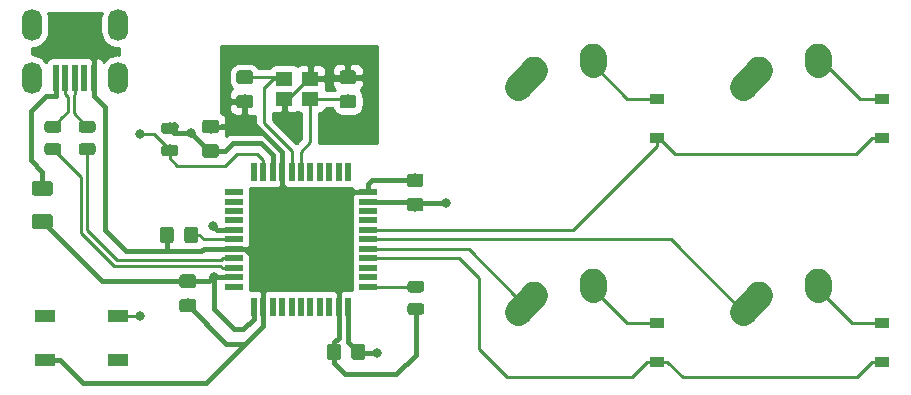
<source format=gbl>
G04 #@! TF.GenerationSoftware,KiCad,Pcbnew,(5.1.4-0-10_14)*
G04 #@! TF.CreationDate,2019-10-06T23:39:38+09:00*
G04 #@! TF.ProjectId,dombrick45,646f6d62-7269-4636-9b34-352e6b696361,rev?*
G04 #@! TF.SameCoordinates,Original*
G04 #@! TF.FileFunction,Copper,L2,Bot*
G04 #@! TF.FilePolarity,Positive*
%FSLAX46Y46*%
G04 Gerber Fmt 4.6, Leading zero omitted, Abs format (unit mm)*
G04 Created by KiCad (PCBNEW (5.1.4-0-10_14)) date 2019-10-06 23:39:38*
%MOMM*%
%LPD*%
G04 APERTURE LIST*
%ADD10O,1.700000X2.700000*%
%ADD11R,0.500000X2.250000*%
%ADD12R,1.400000X1.200000*%
%ADD13C,0.100000*%
%ADD14C,1.150000*%
%ADD15C,2.250000*%
%ADD16C,2.250000*%
%ADD17R,0.550000X1.500000*%
%ADD18R,1.500000X0.550000*%
%ADD19R,1.800000X1.100000*%
%ADD20C,0.975000*%
%ADD21C,1.250000*%
%ADD22R,1.200000X0.900000*%
%ADD23C,0.800000*%
%ADD24C,0.254000*%
%ADD25C,0.381000*%
G04 APERTURE END LIST*
D10*
X67691000Y-73914000D03*
X74991000Y-73914000D03*
X74991000Y-78414000D03*
X67691000Y-78414000D03*
D11*
X69741000Y-78414000D03*
X70541000Y-78414000D03*
X71341000Y-78414000D03*
X72141000Y-78414000D03*
X72941000Y-78414000D03*
D12*
X91281250Y-78468750D03*
X89081250Y-78468750D03*
X89081250Y-80168750D03*
X91281250Y-80168750D03*
D13*
G36*
X81373505Y-97098204D02*
G01*
X81397773Y-97101804D01*
X81421572Y-97107765D01*
X81444671Y-97116030D01*
X81466850Y-97126520D01*
X81487893Y-97139132D01*
X81507599Y-97153747D01*
X81525777Y-97170223D01*
X81542253Y-97188401D01*
X81556868Y-97208107D01*
X81569480Y-97229150D01*
X81579970Y-97251329D01*
X81588235Y-97274428D01*
X81594196Y-97298227D01*
X81597796Y-97322495D01*
X81599000Y-97346999D01*
X81599000Y-97997001D01*
X81597796Y-98021505D01*
X81594196Y-98045773D01*
X81588235Y-98069572D01*
X81579970Y-98092671D01*
X81569480Y-98114850D01*
X81556868Y-98135893D01*
X81542253Y-98155599D01*
X81525777Y-98173777D01*
X81507599Y-98190253D01*
X81487893Y-98204868D01*
X81466850Y-98217480D01*
X81444671Y-98227970D01*
X81421572Y-98236235D01*
X81397773Y-98242196D01*
X81373505Y-98245796D01*
X81349001Y-98247000D01*
X80448999Y-98247000D01*
X80424495Y-98245796D01*
X80400227Y-98242196D01*
X80376428Y-98236235D01*
X80353329Y-98227970D01*
X80331150Y-98217480D01*
X80310107Y-98204868D01*
X80290401Y-98190253D01*
X80272223Y-98173777D01*
X80255747Y-98155599D01*
X80241132Y-98135893D01*
X80228520Y-98114850D01*
X80218030Y-98092671D01*
X80209765Y-98069572D01*
X80203804Y-98045773D01*
X80200204Y-98021505D01*
X80199000Y-97997001D01*
X80199000Y-97346999D01*
X80200204Y-97322495D01*
X80203804Y-97298227D01*
X80209765Y-97274428D01*
X80218030Y-97251329D01*
X80228520Y-97229150D01*
X80241132Y-97208107D01*
X80255747Y-97188401D01*
X80272223Y-97170223D01*
X80290401Y-97153747D01*
X80310107Y-97139132D01*
X80331150Y-97126520D01*
X80353329Y-97116030D01*
X80376428Y-97107765D01*
X80400227Y-97101804D01*
X80424495Y-97098204D01*
X80448999Y-97097000D01*
X81349001Y-97097000D01*
X81373505Y-97098204D01*
X81373505Y-97098204D01*
G37*
D14*
X80899000Y-97672000D03*
D13*
G36*
X81373505Y-95048204D02*
G01*
X81397773Y-95051804D01*
X81421572Y-95057765D01*
X81444671Y-95066030D01*
X81466850Y-95076520D01*
X81487893Y-95089132D01*
X81507599Y-95103747D01*
X81525777Y-95120223D01*
X81542253Y-95138401D01*
X81556868Y-95158107D01*
X81569480Y-95179150D01*
X81579970Y-95201329D01*
X81588235Y-95224428D01*
X81594196Y-95248227D01*
X81597796Y-95272495D01*
X81599000Y-95296999D01*
X81599000Y-95947001D01*
X81597796Y-95971505D01*
X81594196Y-95995773D01*
X81588235Y-96019572D01*
X81579970Y-96042671D01*
X81569480Y-96064850D01*
X81556868Y-96085893D01*
X81542253Y-96105599D01*
X81525777Y-96123777D01*
X81507599Y-96140253D01*
X81487893Y-96154868D01*
X81466850Y-96167480D01*
X81444671Y-96177970D01*
X81421572Y-96186235D01*
X81397773Y-96192196D01*
X81373505Y-96195796D01*
X81349001Y-96197000D01*
X80448999Y-96197000D01*
X80424495Y-96195796D01*
X80400227Y-96192196D01*
X80376428Y-96186235D01*
X80353329Y-96177970D01*
X80331150Y-96167480D01*
X80310107Y-96154868D01*
X80290401Y-96140253D01*
X80272223Y-96123777D01*
X80255747Y-96105599D01*
X80241132Y-96085893D01*
X80228520Y-96064850D01*
X80218030Y-96042671D01*
X80209765Y-96019572D01*
X80203804Y-95995773D01*
X80200204Y-95971505D01*
X80199000Y-95947001D01*
X80199000Y-95296999D01*
X80200204Y-95272495D01*
X80203804Y-95248227D01*
X80209765Y-95224428D01*
X80218030Y-95201329D01*
X80228520Y-95179150D01*
X80241132Y-95158107D01*
X80255747Y-95138401D01*
X80272223Y-95120223D01*
X80290401Y-95103747D01*
X80310107Y-95089132D01*
X80331150Y-95076520D01*
X80353329Y-95066030D01*
X80376428Y-95057765D01*
X80400227Y-95051804D01*
X80424495Y-95048204D01*
X80448999Y-95047000D01*
X81349001Y-95047000D01*
X81373505Y-95048204D01*
X81373505Y-95048204D01*
G37*
D14*
X80899000Y-95622000D03*
D13*
G36*
X100630755Y-86507454D02*
G01*
X100655023Y-86511054D01*
X100678822Y-86517015D01*
X100701921Y-86525280D01*
X100724100Y-86535770D01*
X100745143Y-86548382D01*
X100764849Y-86562997D01*
X100783027Y-86579473D01*
X100799503Y-86597651D01*
X100814118Y-86617357D01*
X100826730Y-86638400D01*
X100837220Y-86660579D01*
X100845485Y-86683678D01*
X100851446Y-86707477D01*
X100855046Y-86731745D01*
X100856250Y-86756249D01*
X100856250Y-87406251D01*
X100855046Y-87430755D01*
X100851446Y-87455023D01*
X100845485Y-87478822D01*
X100837220Y-87501921D01*
X100826730Y-87524100D01*
X100814118Y-87545143D01*
X100799503Y-87564849D01*
X100783027Y-87583027D01*
X100764849Y-87599503D01*
X100745143Y-87614118D01*
X100724100Y-87626730D01*
X100701921Y-87637220D01*
X100678822Y-87645485D01*
X100655023Y-87651446D01*
X100630755Y-87655046D01*
X100606251Y-87656250D01*
X99706249Y-87656250D01*
X99681745Y-87655046D01*
X99657477Y-87651446D01*
X99633678Y-87645485D01*
X99610579Y-87637220D01*
X99588400Y-87626730D01*
X99567357Y-87614118D01*
X99547651Y-87599503D01*
X99529473Y-87583027D01*
X99512997Y-87564849D01*
X99498382Y-87545143D01*
X99485770Y-87524100D01*
X99475280Y-87501921D01*
X99467015Y-87478822D01*
X99461054Y-87455023D01*
X99457454Y-87430755D01*
X99456250Y-87406251D01*
X99456250Y-86756249D01*
X99457454Y-86731745D01*
X99461054Y-86707477D01*
X99467015Y-86683678D01*
X99475280Y-86660579D01*
X99485770Y-86638400D01*
X99498382Y-86617357D01*
X99512997Y-86597651D01*
X99529473Y-86579473D01*
X99547651Y-86562997D01*
X99567357Y-86548382D01*
X99588400Y-86535770D01*
X99610579Y-86525280D01*
X99633678Y-86517015D01*
X99657477Y-86511054D01*
X99681745Y-86507454D01*
X99706249Y-86506250D01*
X100606251Y-86506250D01*
X100630755Y-86507454D01*
X100630755Y-86507454D01*
G37*
D14*
X100156250Y-87081250D03*
D13*
G36*
X100630755Y-88557454D02*
G01*
X100655023Y-88561054D01*
X100678822Y-88567015D01*
X100701921Y-88575280D01*
X100724100Y-88585770D01*
X100745143Y-88598382D01*
X100764849Y-88612997D01*
X100783027Y-88629473D01*
X100799503Y-88647651D01*
X100814118Y-88667357D01*
X100826730Y-88688400D01*
X100837220Y-88710579D01*
X100845485Y-88733678D01*
X100851446Y-88757477D01*
X100855046Y-88781745D01*
X100856250Y-88806249D01*
X100856250Y-89456251D01*
X100855046Y-89480755D01*
X100851446Y-89505023D01*
X100845485Y-89528822D01*
X100837220Y-89551921D01*
X100826730Y-89574100D01*
X100814118Y-89595143D01*
X100799503Y-89614849D01*
X100783027Y-89633027D01*
X100764849Y-89649503D01*
X100745143Y-89664118D01*
X100724100Y-89676730D01*
X100701921Y-89687220D01*
X100678822Y-89695485D01*
X100655023Y-89701446D01*
X100630755Y-89705046D01*
X100606251Y-89706250D01*
X99706249Y-89706250D01*
X99681745Y-89705046D01*
X99657477Y-89701446D01*
X99633678Y-89695485D01*
X99610579Y-89687220D01*
X99588400Y-89676730D01*
X99567357Y-89664118D01*
X99547651Y-89649503D01*
X99529473Y-89633027D01*
X99512997Y-89614849D01*
X99498382Y-89595143D01*
X99485770Y-89574100D01*
X99475280Y-89551921D01*
X99467015Y-89528822D01*
X99461054Y-89505023D01*
X99457454Y-89480755D01*
X99456250Y-89456251D01*
X99456250Y-88806249D01*
X99457454Y-88781745D01*
X99461054Y-88757477D01*
X99467015Y-88733678D01*
X99475280Y-88710579D01*
X99485770Y-88688400D01*
X99498382Y-88667357D01*
X99512997Y-88647651D01*
X99529473Y-88629473D01*
X99547651Y-88612997D01*
X99567357Y-88598382D01*
X99588400Y-88585770D01*
X99610579Y-88575280D01*
X99633678Y-88567015D01*
X99657477Y-88561054D01*
X99681745Y-88557454D01*
X99706249Y-88556250D01*
X100606251Y-88556250D01*
X100630755Y-88557454D01*
X100630755Y-88557454D01*
G37*
D14*
X100156250Y-89131250D03*
D13*
G36*
X83310255Y-81958204D02*
G01*
X83334523Y-81961804D01*
X83358322Y-81967765D01*
X83381421Y-81976030D01*
X83403600Y-81986520D01*
X83424643Y-81999132D01*
X83444349Y-82013747D01*
X83462527Y-82030223D01*
X83479003Y-82048401D01*
X83493618Y-82068107D01*
X83506230Y-82089150D01*
X83516720Y-82111329D01*
X83524985Y-82134428D01*
X83530946Y-82158227D01*
X83534546Y-82182495D01*
X83535750Y-82206999D01*
X83535750Y-82857001D01*
X83534546Y-82881505D01*
X83530946Y-82905773D01*
X83524985Y-82929572D01*
X83516720Y-82952671D01*
X83506230Y-82974850D01*
X83493618Y-82995893D01*
X83479003Y-83015599D01*
X83462527Y-83033777D01*
X83444349Y-83050253D01*
X83424643Y-83064868D01*
X83403600Y-83077480D01*
X83381421Y-83087970D01*
X83358322Y-83096235D01*
X83334523Y-83102196D01*
X83310255Y-83105796D01*
X83285751Y-83107000D01*
X82385749Y-83107000D01*
X82361245Y-83105796D01*
X82336977Y-83102196D01*
X82313178Y-83096235D01*
X82290079Y-83087970D01*
X82267900Y-83077480D01*
X82246857Y-83064868D01*
X82227151Y-83050253D01*
X82208973Y-83033777D01*
X82192497Y-83015599D01*
X82177882Y-82995893D01*
X82165270Y-82974850D01*
X82154780Y-82952671D01*
X82146515Y-82929572D01*
X82140554Y-82905773D01*
X82136954Y-82881505D01*
X82135750Y-82857001D01*
X82135750Y-82206999D01*
X82136954Y-82182495D01*
X82140554Y-82158227D01*
X82146515Y-82134428D01*
X82154780Y-82111329D01*
X82165270Y-82089150D01*
X82177882Y-82068107D01*
X82192497Y-82048401D01*
X82208973Y-82030223D01*
X82227151Y-82013747D01*
X82246857Y-81999132D01*
X82267900Y-81986520D01*
X82290079Y-81976030D01*
X82313178Y-81967765D01*
X82336977Y-81961804D01*
X82361245Y-81958204D01*
X82385749Y-81957000D01*
X83285751Y-81957000D01*
X83310255Y-81958204D01*
X83310255Y-81958204D01*
G37*
D14*
X82835750Y-82532000D03*
D13*
G36*
X83310255Y-84008204D02*
G01*
X83334523Y-84011804D01*
X83358322Y-84017765D01*
X83381421Y-84026030D01*
X83403600Y-84036520D01*
X83424643Y-84049132D01*
X83444349Y-84063747D01*
X83462527Y-84080223D01*
X83479003Y-84098401D01*
X83493618Y-84118107D01*
X83506230Y-84139150D01*
X83516720Y-84161329D01*
X83524985Y-84184428D01*
X83530946Y-84208227D01*
X83534546Y-84232495D01*
X83535750Y-84256999D01*
X83535750Y-84907001D01*
X83534546Y-84931505D01*
X83530946Y-84955773D01*
X83524985Y-84979572D01*
X83516720Y-85002671D01*
X83506230Y-85024850D01*
X83493618Y-85045893D01*
X83479003Y-85065599D01*
X83462527Y-85083777D01*
X83444349Y-85100253D01*
X83424643Y-85114868D01*
X83403600Y-85127480D01*
X83381421Y-85137970D01*
X83358322Y-85146235D01*
X83334523Y-85152196D01*
X83310255Y-85155796D01*
X83285751Y-85157000D01*
X82385749Y-85157000D01*
X82361245Y-85155796D01*
X82336977Y-85152196D01*
X82313178Y-85146235D01*
X82290079Y-85137970D01*
X82267900Y-85127480D01*
X82246857Y-85114868D01*
X82227151Y-85100253D01*
X82208973Y-85083777D01*
X82192497Y-85065599D01*
X82177882Y-85045893D01*
X82165270Y-85024850D01*
X82154780Y-85002671D01*
X82146515Y-84979572D01*
X82140554Y-84955773D01*
X82136954Y-84931505D01*
X82135750Y-84907001D01*
X82135750Y-84256999D01*
X82136954Y-84232495D01*
X82140554Y-84208227D01*
X82146515Y-84184428D01*
X82154780Y-84161329D01*
X82165270Y-84139150D01*
X82177882Y-84118107D01*
X82192497Y-84098401D01*
X82208973Y-84080223D01*
X82227151Y-84063747D01*
X82246857Y-84049132D01*
X82267900Y-84036520D01*
X82290079Y-84026030D01*
X82313178Y-84017765D01*
X82336977Y-84011804D01*
X82361245Y-84008204D01*
X82385749Y-84007000D01*
X83285751Y-84007000D01*
X83310255Y-84008204D01*
X83310255Y-84008204D01*
G37*
D14*
X82835750Y-84582000D03*
D13*
G36*
X79484255Y-90995204D02*
G01*
X79508523Y-90998804D01*
X79532322Y-91004765D01*
X79555421Y-91013030D01*
X79577600Y-91023520D01*
X79598643Y-91036132D01*
X79618349Y-91050747D01*
X79636527Y-91067223D01*
X79653003Y-91085401D01*
X79667618Y-91105107D01*
X79680230Y-91126150D01*
X79690720Y-91148329D01*
X79698985Y-91171428D01*
X79704946Y-91195227D01*
X79708546Y-91219495D01*
X79709750Y-91243999D01*
X79709750Y-92144001D01*
X79708546Y-92168505D01*
X79704946Y-92192773D01*
X79698985Y-92216572D01*
X79690720Y-92239671D01*
X79680230Y-92261850D01*
X79667618Y-92282893D01*
X79653003Y-92302599D01*
X79636527Y-92320777D01*
X79618349Y-92337253D01*
X79598643Y-92351868D01*
X79577600Y-92364480D01*
X79555421Y-92374970D01*
X79532322Y-92383235D01*
X79508523Y-92389196D01*
X79484255Y-92392796D01*
X79459751Y-92394000D01*
X78809749Y-92394000D01*
X78785245Y-92392796D01*
X78760977Y-92389196D01*
X78737178Y-92383235D01*
X78714079Y-92374970D01*
X78691900Y-92364480D01*
X78670857Y-92351868D01*
X78651151Y-92337253D01*
X78632973Y-92320777D01*
X78616497Y-92302599D01*
X78601882Y-92282893D01*
X78589270Y-92261850D01*
X78578780Y-92239671D01*
X78570515Y-92216572D01*
X78564554Y-92192773D01*
X78560954Y-92168505D01*
X78559750Y-92144001D01*
X78559750Y-91243999D01*
X78560954Y-91219495D01*
X78564554Y-91195227D01*
X78570515Y-91171428D01*
X78578780Y-91148329D01*
X78589270Y-91126150D01*
X78601882Y-91105107D01*
X78616497Y-91085401D01*
X78632973Y-91067223D01*
X78651151Y-91050747D01*
X78670857Y-91036132D01*
X78691900Y-91023520D01*
X78714079Y-91013030D01*
X78737178Y-91004765D01*
X78760977Y-90998804D01*
X78785245Y-90995204D01*
X78809749Y-90994000D01*
X79459751Y-90994000D01*
X79484255Y-90995204D01*
X79484255Y-90995204D01*
G37*
D14*
X79134750Y-91694000D03*
D13*
G36*
X81534255Y-90995204D02*
G01*
X81558523Y-90998804D01*
X81582322Y-91004765D01*
X81605421Y-91013030D01*
X81627600Y-91023520D01*
X81648643Y-91036132D01*
X81668349Y-91050747D01*
X81686527Y-91067223D01*
X81703003Y-91085401D01*
X81717618Y-91105107D01*
X81730230Y-91126150D01*
X81740720Y-91148329D01*
X81748985Y-91171428D01*
X81754946Y-91195227D01*
X81758546Y-91219495D01*
X81759750Y-91243999D01*
X81759750Y-92144001D01*
X81758546Y-92168505D01*
X81754946Y-92192773D01*
X81748985Y-92216572D01*
X81740720Y-92239671D01*
X81730230Y-92261850D01*
X81717618Y-92282893D01*
X81703003Y-92302599D01*
X81686527Y-92320777D01*
X81668349Y-92337253D01*
X81648643Y-92351868D01*
X81627600Y-92364480D01*
X81605421Y-92374970D01*
X81582322Y-92383235D01*
X81558523Y-92389196D01*
X81534255Y-92392796D01*
X81509751Y-92394000D01*
X80859749Y-92394000D01*
X80835245Y-92392796D01*
X80810977Y-92389196D01*
X80787178Y-92383235D01*
X80764079Y-92374970D01*
X80741900Y-92364480D01*
X80720857Y-92351868D01*
X80701151Y-92337253D01*
X80682973Y-92320777D01*
X80666497Y-92302599D01*
X80651882Y-92282893D01*
X80639270Y-92261850D01*
X80628780Y-92239671D01*
X80620515Y-92216572D01*
X80614554Y-92192773D01*
X80610954Y-92168505D01*
X80609750Y-92144001D01*
X80609750Y-91243999D01*
X80610954Y-91219495D01*
X80614554Y-91195227D01*
X80620515Y-91171428D01*
X80628780Y-91148329D01*
X80639270Y-91126150D01*
X80651882Y-91105107D01*
X80666497Y-91085401D01*
X80682973Y-91067223D01*
X80701151Y-91050747D01*
X80720857Y-91036132D01*
X80741900Y-91023520D01*
X80764079Y-91013030D01*
X80787178Y-91004765D01*
X80810977Y-90998804D01*
X80835245Y-90995204D01*
X80859749Y-90994000D01*
X81509751Y-90994000D01*
X81534255Y-90995204D01*
X81534255Y-90995204D01*
G37*
D14*
X81184750Y-91694000D03*
D13*
G36*
X86199505Y-77776204D02*
G01*
X86223773Y-77779804D01*
X86247572Y-77785765D01*
X86270671Y-77794030D01*
X86292850Y-77804520D01*
X86313893Y-77817132D01*
X86333599Y-77831747D01*
X86351777Y-77848223D01*
X86368253Y-77866401D01*
X86382868Y-77886107D01*
X86395480Y-77907150D01*
X86405970Y-77929329D01*
X86414235Y-77952428D01*
X86420196Y-77976227D01*
X86423796Y-78000495D01*
X86425000Y-78024999D01*
X86425000Y-78675001D01*
X86423796Y-78699505D01*
X86420196Y-78723773D01*
X86414235Y-78747572D01*
X86405970Y-78770671D01*
X86395480Y-78792850D01*
X86382868Y-78813893D01*
X86368253Y-78833599D01*
X86351777Y-78851777D01*
X86333599Y-78868253D01*
X86313893Y-78882868D01*
X86292850Y-78895480D01*
X86270671Y-78905970D01*
X86247572Y-78914235D01*
X86223773Y-78920196D01*
X86199505Y-78923796D01*
X86175001Y-78925000D01*
X85274999Y-78925000D01*
X85250495Y-78923796D01*
X85226227Y-78920196D01*
X85202428Y-78914235D01*
X85179329Y-78905970D01*
X85157150Y-78895480D01*
X85136107Y-78882868D01*
X85116401Y-78868253D01*
X85098223Y-78851777D01*
X85081747Y-78833599D01*
X85067132Y-78813893D01*
X85054520Y-78792850D01*
X85044030Y-78770671D01*
X85035765Y-78747572D01*
X85029804Y-78723773D01*
X85026204Y-78699505D01*
X85025000Y-78675001D01*
X85025000Y-78024999D01*
X85026204Y-78000495D01*
X85029804Y-77976227D01*
X85035765Y-77952428D01*
X85044030Y-77929329D01*
X85054520Y-77907150D01*
X85067132Y-77886107D01*
X85081747Y-77866401D01*
X85098223Y-77848223D01*
X85116401Y-77831747D01*
X85136107Y-77817132D01*
X85157150Y-77804520D01*
X85179329Y-77794030D01*
X85202428Y-77785765D01*
X85226227Y-77779804D01*
X85250495Y-77776204D01*
X85274999Y-77775000D01*
X86175001Y-77775000D01*
X86199505Y-77776204D01*
X86199505Y-77776204D01*
G37*
D14*
X85725000Y-78350000D03*
D13*
G36*
X86199505Y-79826204D02*
G01*
X86223773Y-79829804D01*
X86247572Y-79835765D01*
X86270671Y-79844030D01*
X86292850Y-79854520D01*
X86313893Y-79867132D01*
X86333599Y-79881747D01*
X86351777Y-79898223D01*
X86368253Y-79916401D01*
X86382868Y-79936107D01*
X86395480Y-79957150D01*
X86405970Y-79979329D01*
X86414235Y-80002428D01*
X86420196Y-80026227D01*
X86423796Y-80050495D01*
X86425000Y-80074999D01*
X86425000Y-80725001D01*
X86423796Y-80749505D01*
X86420196Y-80773773D01*
X86414235Y-80797572D01*
X86405970Y-80820671D01*
X86395480Y-80842850D01*
X86382868Y-80863893D01*
X86368253Y-80883599D01*
X86351777Y-80901777D01*
X86333599Y-80918253D01*
X86313893Y-80932868D01*
X86292850Y-80945480D01*
X86270671Y-80955970D01*
X86247572Y-80964235D01*
X86223773Y-80970196D01*
X86199505Y-80973796D01*
X86175001Y-80975000D01*
X85274999Y-80975000D01*
X85250495Y-80973796D01*
X85226227Y-80970196D01*
X85202428Y-80964235D01*
X85179329Y-80955970D01*
X85157150Y-80945480D01*
X85136107Y-80932868D01*
X85116401Y-80918253D01*
X85098223Y-80901777D01*
X85081747Y-80883599D01*
X85067132Y-80863893D01*
X85054520Y-80842850D01*
X85044030Y-80820671D01*
X85035765Y-80797572D01*
X85029804Y-80773773D01*
X85026204Y-80749505D01*
X85025000Y-80725001D01*
X85025000Y-80074999D01*
X85026204Y-80050495D01*
X85029804Y-80026227D01*
X85035765Y-80002428D01*
X85044030Y-79979329D01*
X85054520Y-79957150D01*
X85067132Y-79936107D01*
X85081747Y-79916401D01*
X85098223Y-79898223D01*
X85116401Y-79881747D01*
X85136107Y-79867132D01*
X85157150Y-79854520D01*
X85179329Y-79844030D01*
X85202428Y-79835765D01*
X85226227Y-79829804D01*
X85250495Y-79826204D01*
X85274999Y-79825000D01*
X86175001Y-79825000D01*
X86199505Y-79826204D01*
X86199505Y-79826204D01*
G37*
D14*
X85725000Y-80400000D03*
D13*
G36*
X94930755Y-79826204D02*
G01*
X94955023Y-79829804D01*
X94978822Y-79835765D01*
X95001921Y-79844030D01*
X95024100Y-79854520D01*
X95045143Y-79867132D01*
X95064849Y-79881747D01*
X95083027Y-79898223D01*
X95099503Y-79916401D01*
X95114118Y-79936107D01*
X95126730Y-79957150D01*
X95137220Y-79979329D01*
X95145485Y-80002428D01*
X95151446Y-80026227D01*
X95155046Y-80050495D01*
X95156250Y-80074999D01*
X95156250Y-80725001D01*
X95155046Y-80749505D01*
X95151446Y-80773773D01*
X95145485Y-80797572D01*
X95137220Y-80820671D01*
X95126730Y-80842850D01*
X95114118Y-80863893D01*
X95099503Y-80883599D01*
X95083027Y-80901777D01*
X95064849Y-80918253D01*
X95045143Y-80932868D01*
X95024100Y-80945480D01*
X95001921Y-80955970D01*
X94978822Y-80964235D01*
X94955023Y-80970196D01*
X94930755Y-80973796D01*
X94906251Y-80975000D01*
X94006249Y-80975000D01*
X93981745Y-80973796D01*
X93957477Y-80970196D01*
X93933678Y-80964235D01*
X93910579Y-80955970D01*
X93888400Y-80945480D01*
X93867357Y-80932868D01*
X93847651Y-80918253D01*
X93829473Y-80901777D01*
X93812997Y-80883599D01*
X93798382Y-80863893D01*
X93785770Y-80842850D01*
X93775280Y-80820671D01*
X93767015Y-80797572D01*
X93761054Y-80773773D01*
X93757454Y-80749505D01*
X93756250Y-80725001D01*
X93756250Y-80074999D01*
X93757454Y-80050495D01*
X93761054Y-80026227D01*
X93767015Y-80002428D01*
X93775280Y-79979329D01*
X93785770Y-79957150D01*
X93798382Y-79936107D01*
X93812997Y-79916401D01*
X93829473Y-79898223D01*
X93847651Y-79881747D01*
X93867357Y-79867132D01*
X93888400Y-79854520D01*
X93910579Y-79844030D01*
X93933678Y-79835765D01*
X93957477Y-79829804D01*
X93981745Y-79826204D01*
X94006249Y-79825000D01*
X94906251Y-79825000D01*
X94930755Y-79826204D01*
X94930755Y-79826204D01*
G37*
D14*
X94456250Y-80400000D03*
D13*
G36*
X94930755Y-77776204D02*
G01*
X94955023Y-77779804D01*
X94978822Y-77785765D01*
X95001921Y-77794030D01*
X95024100Y-77804520D01*
X95045143Y-77817132D01*
X95064849Y-77831747D01*
X95083027Y-77848223D01*
X95099503Y-77866401D01*
X95114118Y-77886107D01*
X95126730Y-77907150D01*
X95137220Y-77929329D01*
X95145485Y-77952428D01*
X95151446Y-77976227D01*
X95155046Y-78000495D01*
X95156250Y-78024999D01*
X95156250Y-78675001D01*
X95155046Y-78699505D01*
X95151446Y-78723773D01*
X95145485Y-78747572D01*
X95137220Y-78770671D01*
X95126730Y-78792850D01*
X95114118Y-78813893D01*
X95099503Y-78833599D01*
X95083027Y-78851777D01*
X95064849Y-78868253D01*
X95045143Y-78882868D01*
X95024100Y-78895480D01*
X95001921Y-78905970D01*
X94978822Y-78914235D01*
X94955023Y-78920196D01*
X94930755Y-78923796D01*
X94906251Y-78925000D01*
X94006249Y-78925000D01*
X93981745Y-78923796D01*
X93957477Y-78920196D01*
X93933678Y-78914235D01*
X93910579Y-78905970D01*
X93888400Y-78895480D01*
X93867357Y-78882868D01*
X93847651Y-78868253D01*
X93829473Y-78851777D01*
X93812997Y-78833599D01*
X93798382Y-78813893D01*
X93785770Y-78792850D01*
X93775280Y-78770671D01*
X93767015Y-78747572D01*
X93761054Y-78723773D01*
X93757454Y-78699505D01*
X93756250Y-78675001D01*
X93756250Y-78024999D01*
X93757454Y-78000495D01*
X93761054Y-77976227D01*
X93767015Y-77952428D01*
X93775280Y-77929329D01*
X93785770Y-77907150D01*
X93798382Y-77886107D01*
X93812997Y-77866401D01*
X93829473Y-77848223D01*
X93847651Y-77831747D01*
X93867357Y-77817132D01*
X93888400Y-77804520D01*
X93910579Y-77794030D01*
X93933678Y-77785765D01*
X93957477Y-77779804D01*
X93981745Y-77776204D01*
X94006249Y-77775000D01*
X94906251Y-77775000D01*
X94930755Y-77776204D01*
X94930755Y-77776204D01*
G37*
D14*
X94456250Y-78350000D03*
D13*
G36*
X93637005Y-100901204D02*
G01*
X93661273Y-100904804D01*
X93685072Y-100910765D01*
X93708171Y-100919030D01*
X93730350Y-100929520D01*
X93751393Y-100942132D01*
X93771099Y-100956747D01*
X93789277Y-100973223D01*
X93805753Y-100991401D01*
X93820368Y-101011107D01*
X93832980Y-101032150D01*
X93843470Y-101054329D01*
X93851735Y-101077428D01*
X93857696Y-101101227D01*
X93861296Y-101125495D01*
X93862500Y-101149999D01*
X93862500Y-102050001D01*
X93861296Y-102074505D01*
X93857696Y-102098773D01*
X93851735Y-102122572D01*
X93843470Y-102145671D01*
X93832980Y-102167850D01*
X93820368Y-102188893D01*
X93805753Y-102208599D01*
X93789277Y-102226777D01*
X93771099Y-102243253D01*
X93751393Y-102257868D01*
X93730350Y-102270480D01*
X93708171Y-102280970D01*
X93685072Y-102289235D01*
X93661273Y-102295196D01*
X93637005Y-102298796D01*
X93612501Y-102300000D01*
X92962499Y-102300000D01*
X92937995Y-102298796D01*
X92913727Y-102295196D01*
X92889928Y-102289235D01*
X92866829Y-102280970D01*
X92844650Y-102270480D01*
X92823607Y-102257868D01*
X92803901Y-102243253D01*
X92785723Y-102226777D01*
X92769247Y-102208599D01*
X92754632Y-102188893D01*
X92742020Y-102167850D01*
X92731530Y-102145671D01*
X92723265Y-102122572D01*
X92717304Y-102098773D01*
X92713704Y-102074505D01*
X92712500Y-102050001D01*
X92712500Y-101149999D01*
X92713704Y-101125495D01*
X92717304Y-101101227D01*
X92723265Y-101077428D01*
X92731530Y-101054329D01*
X92742020Y-101032150D01*
X92754632Y-101011107D01*
X92769247Y-100991401D01*
X92785723Y-100973223D01*
X92803901Y-100956747D01*
X92823607Y-100942132D01*
X92844650Y-100929520D01*
X92866829Y-100919030D01*
X92889928Y-100910765D01*
X92913727Y-100904804D01*
X92937995Y-100901204D01*
X92962499Y-100900000D01*
X93612501Y-100900000D01*
X93637005Y-100901204D01*
X93637005Y-100901204D01*
G37*
D14*
X93287500Y-101600000D03*
D13*
G36*
X95687005Y-100901204D02*
G01*
X95711273Y-100904804D01*
X95735072Y-100910765D01*
X95758171Y-100919030D01*
X95780350Y-100929520D01*
X95801393Y-100942132D01*
X95821099Y-100956747D01*
X95839277Y-100973223D01*
X95855753Y-100991401D01*
X95870368Y-101011107D01*
X95882980Y-101032150D01*
X95893470Y-101054329D01*
X95901735Y-101077428D01*
X95907696Y-101101227D01*
X95911296Y-101125495D01*
X95912500Y-101149999D01*
X95912500Y-102050001D01*
X95911296Y-102074505D01*
X95907696Y-102098773D01*
X95901735Y-102122572D01*
X95893470Y-102145671D01*
X95882980Y-102167850D01*
X95870368Y-102188893D01*
X95855753Y-102208599D01*
X95839277Y-102226777D01*
X95821099Y-102243253D01*
X95801393Y-102257868D01*
X95780350Y-102270480D01*
X95758171Y-102280970D01*
X95735072Y-102289235D01*
X95711273Y-102295196D01*
X95687005Y-102298796D01*
X95662501Y-102300000D01*
X95012499Y-102300000D01*
X94987995Y-102298796D01*
X94963727Y-102295196D01*
X94939928Y-102289235D01*
X94916829Y-102280970D01*
X94894650Y-102270480D01*
X94873607Y-102257868D01*
X94853901Y-102243253D01*
X94835723Y-102226777D01*
X94819247Y-102208599D01*
X94804632Y-102188893D01*
X94792020Y-102167850D01*
X94781530Y-102145671D01*
X94773265Y-102122572D01*
X94767304Y-102098773D01*
X94763704Y-102074505D01*
X94762500Y-102050001D01*
X94762500Y-101149999D01*
X94763704Y-101125495D01*
X94767304Y-101101227D01*
X94773265Y-101077428D01*
X94781530Y-101054329D01*
X94792020Y-101032150D01*
X94804632Y-101011107D01*
X94819247Y-100991401D01*
X94835723Y-100973223D01*
X94853901Y-100956747D01*
X94873607Y-100942132D01*
X94894650Y-100929520D01*
X94916829Y-100919030D01*
X94939928Y-100910765D01*
X94963727Y-100904804D01*
X94987995Y-100901204D01*
X95012499Y-100900000D01*
X95662501Y-100900000D01*
X95687005Y-100901204D01*
X95687005Y-100901204D01*
G37*
D14*
X95337500Y-101600000D03*
D15*
X129262500Y-96806250D03*
X128607501Y-97536250D03*
D16*
X127952500Y-98266250D02*
X129262502Y-96806250D01*
D15*
X134302500Y-95726250D03*
X134282500Y-96016250D03*
D16*
X134262500Y-96306250D02*
X134302500Y-95726250D01*
D15*
X110212500Y-96806250D03*
X109557501Y-97536250D03*
D16*
X108902500Y-98266250D02*
X110212502Y-96806250D01*
D15*
X115252500Y-95726250D03*
X115232500Y-96016250D03*
D16*
X115212500Y-96306250D02*
X115252500Y-95726250D01*
D15*
X129262500Y-77756250D03*
X128607501Y-78486250D03*
D16*
X127952500Y-79216250D02*
X129262502Y-77756250D01*
D15*
X134302500Y-76676250D03*
X134282500Y-76966250D03*
D16*
X134262500Y-77256250D02*
X134302500Y-76676250D01*
D15*
X110212500Y-77756250D03*
X109557501Y-78486250D03*
D16*
X108902500Y-79216250D02*
X110212502Y-77756250D01*
D15*
X115252500Y-76676250D03*
X115232500Y-76966250D03*
D16*
X115212500Y-77256250D02*
X115252500Y-76676250D01*
D17*
X86487500Y-97775000D03*
X87287500Y-97775000D03*
X88087500Y-97775000D03*
X88887500Y-97775000D03*
X89687500Y-97775000D03*
X90487500Y-97775000D03*
X91287500Y-97775000D03*
X92087500Y-97775000D03*
X92887500Y-97775000D03*
X93687500Y-97775000D03*
X94487500Y-97775000D03*
D18*
X96187500Y-96075000D03*
X96187500Y-95275000D03*
X96187500Y-94475000D03*
X96187500Y-93675000D03*
X96187500Y-92875000D03*
X96187500Y-92075000D03*
X96187500Y-91275000D03*
X96187500Y-90475000D03*
X96187500Y-89675000D03*
X96187500Y-88875000D03*
X96187500Y-88075000D03*
D17*
X94487500Y-86375000D03*
X93687500Y-86375000D03*
X92887500Y-86375000D03*
X92087500Y-86375000D03*
X91287500Y-86375000D03*
X90487500Y-86375000D03*
X89687500Y-86375000D03*
X88887500Y-86375000D03*
X88087500Y-86375000D03*
X87287500Y-86375000D03*
X86487500Y-86375000D03*
D18*
X84787500Y-88075000D03*
X84787500Y-88875000D03*
X84787500Y-89675000D03*
X84787500Y-90475000D03*
X84787500Y-91275000D03*
X84787500Y-92075000D03*
X84787500Y-92875000D03*
X84787500Y-93675000D03*
X84787500Y-94475000D03*
X84787500Y-95275000D03*
X84787500Y-96075000D03*
D19*
X68782000Y-102252000D03*
X74982000Y-98552000D03*
X68782000Y-98552000D03*
X74982000Y-102252000D03*
D13*
G36*
X100683142Y-95604174D02*
G01*
X100706803Y-95607684D01*
X100730007Y-95613496D01*
X100752529Y-95621554D01*
X100774153Y-95631782D01*
X100794670Y-95644079D01*
X100813883Y-95658329D01*
X100831607Y-95674393D01*
X100847671Y-95692117D01*
X100861921Y-95711330D01*
X100874218Y-95731847D01*
X100884446Y-95753471D01*
X100892504Y-95775993D01*
X100898316Y-95799197D01*
X100901826Y-95822858D01*
X100903000Y-95846750D01*
X100903000Y-96334250D01*
X100901826Y-96358142D01*
X100898316Y-96381803D01*
X100892504Y-96405007D01*
X100884446Y-96427529D01*
X100874218Y-96449153D01*
X100861921Y-96469670D01*
X100847671Y-96488883D01*
X100831607Y-96506607D01*
X100813883Y-96522671D01*
X100794670Y-96536921D01*
X100774153Y-96549218D01*
X100752529Y-96559446D01*
X100730007Y-96567504D01*
X100706803Y-96573316D01*
X100683142Y-96576826D01*
X100659250Y-96578000D01*
X99746750Y-96578000D01*
X99722858Y-96576826D01*
X99699197Y-96573316D01*
X99675993Y-96567504D01*
X99653471Y-96559446D01*
X99631847Y-96549218D01*
X99611330Y-96536921D01*
X99592117Y-96522671D01*
X99574393Y-96506607D01*
X99558329Y-96488883D01*
X99544079Y-96469670D01*
X99531782Y-96449153D01*
X99521554Y-96427529D01*
X99513496Y-96405007D01*
X99507684Y-96381803D01*
X99504174Y-96358142D01*
X99503000Y-96334250D01*
X99503000Y-95846750D01*
X99504174Y-95822858D01*
X99507684Y-95799197D01*
X99513496Y-95775993D01*
X99521554Y-95753471D01*
X99531782Y-95731847D01*
X99544079Y-95711330D01*
X99558329Y-95692117D01*
X99574393Y-95674393D01*
X99592117Y-95658329D01*
X99611330Y-95644079D01*
X99631847Y-95631782D01*
X99653471Y-95621554D01*
X99675993Y-95613496D01*
X99699197Y-95607684D01*
X99722858Y-95604174D01*
X99746750Y-95603000D01*
X100659250Y-95603000D01*
X100683142Y-95604174D01*
X100683142Y-95604174D01*
G37*
D20*
X100203000Y-96090500D03*
D13*
G36*
X100683142Y-97479174D02*
G01*
X100706803Y-97482684D01*
X100730007Y-97488496D01*
X100752529Y-97496554D01*
X100774153Y-97506782D01*
X100794670Y-97519079D01*
X100813883Y-97533329D01*
X100831607Y-97549393D01*
X100847671Y-97567117D01*
X100861921Y-97586330D01*
X100874218Y-97606847D01*
X100884446Y-97628471D01*
X100892504Y-97650993D01*
X100898316Y-97674197D01*
X100901826Y-97697858D01*
X100903000Y-97721750D01*
X100903000Y-98209250D01*
X100901826Y-98233142D01*
X100898316Y-98256803D01*
X100892504Y-98280007D01*
X100884446Y-98302529D01*
X100874218Y-98324153D01*
X100861921Y-98344670D01*
X100847671Y-98363883D01*
X100831607Y-98381607D01*
X100813883Y-98397671D01*
X100794670Y-98411921D01*
X100774153Y-98424218D01*
X100752529Y-98434446D01*
X100730007Y-98442504D01*
X100706803Y-98448316D01*
X100683142Y-98451826D01*
X100659250Y-98453000D01*
X99746750Y-98453000D01*
X99722858Y-98451826D01*
X99699197Y-98448316D01*
X99675993Y-98442504D01*
X99653471Y-98434446D01*
X99631847Y-98424218D01*
X99611330Y-98411921D01*
X99592117Y-98397671D01*
X99574393Y-98381607D01*
X99558329Y-98363883D01*
X99544079Y-98344670D01*
X99531782Y-98324153D01*
X99521554Y-98302529D01*
X99513496Y-98280007D01*
X99507684Y-98256803D01*
X99504174Y-98233142D01*
X99503000Y-98209250D01*
X99503000Y-97721750D01*
X99504174Y-97697858D01*
X99507684Y-97674197D01*
X99513496Y-97650993D01*
X99521554Y-97628471D01*
X99531782Y-97606847D01*
X99544079Y-97586330D01*
X99558329Y-97567117D01*
X99574393Y-97549393D01*
X99592117Y-97533329D01*
X99611330Y-97519079D01*
X99631847Y-97506782D01*
X99653471Y-97496554D01*
X99675993Y-97488496D01*
X99699197Y-97482684D01*
X99722858Y-97479174D01*
X99746750Y-97478000D01*
X100659250Y-97478000D01*
X100683142Y-97479174D01*
X100683142Y-97479174D01*
G37*
D20*
X100203000Y-97965500D03*
D13*
G36*
X69949142Y-83938674D02*
G01*
X69972803Y-83942184D01*
X69996007Y-83947996D01*
X70018529Y-83956054D01*
X70040153Y-83966282D01*
X70060670Y-83978579D01*
X70079883Y-83992829D01*
X70097607Y-84008893D01*
X70113671Y-84026617D01*
X70127921Y-84045830D01*
X70140218Y-84066347D01*
X70150446Y-84087971D01*
X70158504Y-84110493D01*
X70164316Y-84133697D01*
X70167826Y-84157358D01*
X70169000Y-84181250D01*
X70169000Y-84668750D01*
X70167826Y-84692642D01*
X70164316Y-84716303D01*
X70158504Y-84739507D01*
X70150446Y-84762029D01*
X70140218Y-84783653D01*
X70127921Y-84804170D01*
X70113671Y-84823383D01*
X70097607Y-84841107D01*
X70079883Y-84857171D01*
X70060670Y-84871421D01*
X70040153Y-84883718D01*
X70018529Y-84893946D01*
X69996007Y-84902004D01*
X69972803Y-84907816D01*
X69949142Y-84911326D01*
X69925250Y-84912500D01*
X69012750Y-84912500D01*
X68988858Y-84911326D01*
X68965197Y-84907816D01*
X68941993Y-84902004D01*
X68919471Y-84893946D01*
X68897847Y-84883718D01*
X68877330Y-84871421D01*
X68858117Y-84857171D01*
X68840393Y-84841107D01*
X68824329Y-84823383D01*
X68810079Y-84804170D01*
X68797782Y-84783653D01*
X68787554Y-84762029D01*
X68779496Y-84739507D01*
X68773684Y-84716303D01*
X68770174Y-84692642D01*
X68769000Y-84668750D01*
X68769000Y-84181250D01*
X68770174Y-84157358D01*
X68773684Y-84133697D01*
X68779496Y-84110493D01*
X68787554Y-84087971D01*
X68797782Y-84066347D01*
X68810079Y-84045830D01*
X68824329Y-84026617D01*
X68840393Y-84008893D01*
X68858117Y-83992829D01*
X68877330Y-83978579D01*
X68897847Y-83966282D01*
X68919471Y-83956054D01*
X68941993Y-83947996D01*
X68965197Y-83942184D01*
X68988858Y-83938674D01*
X69012750Y-83937500D01*
X69925250Y-83937500D01*
X69949142Y-83938674D01*
X69949142Y-83938674D01*
G37*
D20*
X69469000Y-84425000D03*
D13*
G36*
X69949142Y-82063674D02*
G01*
X69972803Y-82067184D01*
X69996007Y-82072996D01*
X70018529Y-82081054D01*
X70040153Y-82091282D01*
X70060670Y-82103579D01*
X70079883Y-82117829D01*
X70097607Y-82133893D01*
X70113671Y-82151617D01*
X70127921Y-82170830D01*
X70140218Y-82191347D01*
X70150446Y-82212971D01*
X70158504Y-82235493D01*
X70164316Y-82258697D01*
X70167826Y-82282358D01*
X70169000Y-82306250D01*
X70169000Y-82793750D01*
X70167826Y-82817642D01*
X70164316Y-82841303D01*
X70158504Y-82864507D01*
X70150446Y-82887029D01*
X70140218Y-82908653D01*
X70127921Y-82929170D01*
X70113671Y-82948383D01*
X70097607Y-82966107D01*
X70079883Y-82982171D01*
X70060670Y-82996421D01*
X70040153Y-83008718D01*
X70018529Y-83018946D01*
X69996007Y-83027004D01*
X69972803Y-83032816D01*
X69949142Y-83036326D01*
X69925250Y-83037500D01*
X69012750Y-83037500D01*
X68988858Y-83036326D01*
X68965197Y-83032816D01*
X68941993Y-83027004D01*
X68919471Y-83018946D01*
X68897847Y-83008718D01*
X68877330Y-82996421D01*
X68858117Y-82982171D01*
X68840393Y-82966107D01*
X68824329Y-82948383D01*
X68810079Y-82929170D01*
X68797782Y-82908653D01*
X68787554Y-82887029D01*
X68779496Y-82864507D01*
X68773684Y-82841303D01*
X68770174Y-82817642D01*
X68769000Y-82793750D01*
X68769000Y-82306250D01*
X68770174Y-82282358D01*
X68773684Y-82258697D01*
X68779496Y-82235493D01*
X68787554Y-82212971D01*
X68797782Y-82191347D01*
X68810079Y-82170830D01*
X68824329Y-82151617D01*
X68840393Y-82133893D01*
X68858117Y-82117829D01*
X68877330Y-82103579D01*
X68897847Y-82091282D01*
X68919471Y-82081054D01*
X68941993Y-82072996D01*
X68965197Y-82067184D01*
X68988858Y-82063674D01*
X69012750Y-82062500D01*
X69925250Y-82062500D01*
X69949142Y-82063674D01*
X69949142Y-82063674D01*
G37*
D20*
X69469000Y-82550000D03*
D13*
G36*
X72870142Y-83938674D02*
G01*
X72893803Y-83942184D01*
X72917007Y-83947996D01*
X72939529Y-83956054D01*
X72961153Y-83966282D01*
X72981670Y-83978579D01*
X73000883Y-83992829D01*
X73018607Y-84008893D01*
X73034671Y-84026617D01*
X73048921Y-84045830D01*
X73061218Y-84066347D01*
X73071446Y-84087971D01*
X73079504Y-84110493D01*
X73085316Y-84133697D01*
X73088826Y-84157358D01*
X73090000Y-84181250D01*
X73090000Y-84668750D01*
X73088826Y-84692642D01*
X73085316Y-84716303D01*
X73079504Y-84739507D01*
X73071446Y-84762029D01*
X73061218Y-84783653D01*
X73048921Y-84804170D01*
X73034671Y-84823383D01*
X73018607Y-84841107D01*
X73000883Y-84857171D01*
X72981670Y-84871421D01*
X72961153Y-84883718D01*
X72939529Y-84893946D01*
X72917007Y-84902004D01*
X72893803Y-84907816D01*
X72870142Y-84911326D01*
X72846250Y-84912500D01*
X71933750Y-84912500D01*
X71909858Y-84911326D01*
X71886197Y-84907816D01*
X71862993Y-84902004D01*
X71840471Y-84893946D01*
X71818847Y-84883718D01*
X71798330Y-84871421D01*
X71779117Y-84857171D01*
X71761393Y-84841107D01*
X71745329Y-84823383D01*
X71731079Y-84804170D01*
X71718782Y-84783653D01*
X71708554Y-84762029D01*
X71700496Y-84739507D01*
X71694684Y-84716303D01*
X71691174Y-84692642D01*
X71690000Y-84668750D01*
X71690000Y-84181250D01*
X71691174Y-84157358D01*
X71694684Y-84133697D01*
X71700496Y-84110493D01*
X71708554Y-84087971D01*
X71718782Y-84066347D01*
X71731079Y-84045830D01*
X71745329Y-84026617D01*
X71761393Y-84008893D01*
X71779117Y-83992829D01*
X71798330Y-83978579D01*
X71818847Y-83966282D01*
X71840471Y-83956054D01*
X71862993Y-83947996D01*
X71886197Y-83942184D01*
X71909858Y-83938674D01*
X71933750Y-83937500D01*
X72846250Y-83937500D01*
X72870142Y-83938674D01*
X72870142Y-83938674D01*
G37*
D20*
X72390000Y-84425000D03*
D13*
G36*
X72870142Y-82063674D02*
G01*
X72893803Y-82067184D01*
X72917007Y-82072996D01*
X72939529Y-82081054D01*
X72961153Y-82091282D01*
X72981670Y-82103579D01*
X73000883Y-82117829D01*
X73018607Y-82133893D01*
X73034671Y-82151617D01*
X73048921Y-82170830D01*
X73061218Y-82191347D01*
X73071446Y-82212971D01*
X73079504Y-82235493D01*
X73085316Y-82258697D01*
X73088826Y-82282358D01*
X73090000Y-82306250D01*
X73090000Y-82793750D01*
X73088826Y-82817642D01*
X73085316Y-82841303D01*
X73079504Y-82864507D01*
X73071446Y-82887029D01*
X73061218Y-82908653D01*
X73048921Y-82929170D01*
X73034671Y-82948383D01*
X73018607Y-82966107D01*
X73000883Y-82982171D01*
X72981670Y-82996421D01*
X72961153Y-83008718D01*
X72939529Y-83018946D01*
X72917007Y-83027004D01*
X72893803Y-83032816D01*
X72870142Y-83036326D01*
X72846250Y-83037500D01*
X71933750Y-83037500D01*
X71909858Y-83036326D01*
X71886197Y-83032816D01*
X71862993Y-83027004D01*
X71840471Y-83018946D01*
X71818847Y-83008718D01*
X71798330Y-82996421D01*
X71779117Y-82982171D01*
X71761393Y-82966107D01*
X71745329Y-82948383D01*
X71731079Y-82929170D01*
X71718782Y-82908653D01*
X71708554Y-82887029D01*
X71700496Y-82864507D01*
X71694684Y-82841303D01*
X71691174Y-82817642D01*
X71690000Y-82793750D01*
X71690000Y-82306250D01*
X71691174Y-82282358D01*
X71694684Y-82258697D01*
X71700496Y-82235493D01*
X71708554Y-82212971D01*
X71718782Y-82191347D01*
X71731079Y-82170830D01*
X71745329Y-82151617D01*
X71761393Y-82133893D01*
X71779117Y-82117829D01*
X71798330Y-82103579D01*
X71818847Y-82091282D01*
X71840471Y-82081054D01*
X71862993Y-82072996D01*
X71886197Y-82067184D01*
X71909858Y-82063674D01*
X71933750Y-82062500D01*
X72846250Y-82062500D01*
X72870142Y-82063674D01*
X72870142Y-82063674D01*
G37*
D20*
X72390000Y-82550000D03*
D13*
G36*
X79855142Y-82190674D02*
G01*
X79878803Y-82194184D01*
X79902007Y-82199996D01*
X79924529Y-82208054D01*
X79946153Y-82218282D01*
X79966670Y-82230579D01*
X79985883Y-82244829D01*
X80003607Y-82260893D01*
X80019671Y-82278617D01*
X80033921Y-82297830D01*
X80046218Y-82318347D01*
X80056446Y-82339971D01*
X80064504Y-82362493D01*
X80070316Y-82385697D01*
X80073826Y-82409358D01*
X80075000Y-82433250D01*
X80075000Y-82920750D01*
X80073826Y-82944642D01*
X80070316Y-82968303D01*
X80064504Y-82991507D01*
X80056446Y-83014029D01*
X80046218Y-83035653D01*
X80033921Y-83056170D01*
X80019671Y-83075383D01*
X80003607Y-83093107D01*
X79985883Y-83109171D01*
X79966670Y-83123421D01*
X79946153Y-83135718D01*
X79924529Y-83145946D01*
X79902007Y-83154004D01*
X79878803Y-83159816D01*
X79855142Y-83163326D01*
X79831250Y-83164500D01*
X78918750Y-83164500D01*
X78894858Y-83163326D01*
X78871197Y-83159816D01*
X78847993Y-83154004D01*
X78825471Y-83145946D01*
X78803847Y-83135718D01*
X78783330Y-83123421D01*
X78764117Y-83109171D01*
X78746393Y-83093107D01*
X78730329Y-83075383D01*
X78716079Y-83056170D01*
X78703782Y-83035653D01*
X78693554Y-83014029D01*
X78685496Y-82991507D01*
X78679684Y-82968303D01*
X78676174Y-82944642D01*
X78675000Y-82920750D01*
X78675000Y-82433250D01*
X78676174Y-82409358D01*
X78679684Y-82385697D01*
X78685496Y-82362493D01*
X78693554Y-82339971D01*
X78703782Y-82318347D01*
X78716079Y-82297830D01*
X78730329Y-82278617D01*
X78746393Y-82260893D01*
X78764117Y-82244829D01*
X78783330Y-82230579D01*
X78803847Y-82218282D01*
X78825471Y-82208054D01*
X78847993Y-82199996D01*
X78871197Y-82194184D01*
X78894858Y-82190674D01*
X78918750Y-82189500D01*
X79831250Y-82189500D01*
X79855142Y-82190674D01*
X79855142Y-82190674D01*
G37*
D20*
X79375000Y-82677000D03*
D13*
G36*
X79855142Y-84065674D02*
G01*
X79878803Y-84069184D01*
X79902007Y-84074996D01*
X79924529Y-84083054D01*
X79946153Y-84093282D01*
X79966670Y-84105579D01*
X79985883Y-84119829D01*
X80003607Y-84135893D01*
X80019671Y-84153617D01*
X80033921Y-84172830D01*
X80046218Y-84193347D01*
X80056446Y-84214971D01*
X80064504Y-84237493D01*
X80070316Y-84260697D01*
X80073826Y-84284358D01*
X80075000Y-84308250D01*
X80075000Y-84795750D01*
X80073826Y-84819642D01*
X80070316Y-84843303D01*
X80064504Y-84866507D01*
X80056446Y-84889029D01*
X80046218Y-84910653D01*
X80033921Y-84931170D01*
X80019671Y-84950383D01*
X80003607Y-84968107D01*
X79985883Y-84984171D01*
X79966670Y-84998421D01*
X79946153Y-85010718D01*
X79924529Y-85020946D01*
X79902007Y-85029004D01*
X79878803Y-85034816D01*
X79855142Y-85038326D01*
X79831250Y-85039500D01*
X78918750Y-85039500D01*
X78894858Y-85038326D01*
X78871197Y-85034816D01*
X78847993Y-85029004D01*
X78825471Y-85020946D01*
X78803847Y-85010718D01*
X78783330Y-84998421D01*
X78764117Y-84984171D01*
X78746393Y-84968107D01*
X78730329Y-84950383D01*
X78716079Y-84931170D01*
X78703782Y-84910653D01*
X78693554Y-84889029D01*
X78685496Y-84866507D01*
X78679684Y-84843303D01*
X78676174Y-84819642D01*
X78675000Y-84795750D01*
X78675000Y-84308250D01*
X78676174Y-84284358D01*
X78679684Y-84260697D01*
X78685496Y-84237493D01*
X78693554Y-84214971D01*
X78703782Y-84193347D01*
X78716079Y-84172830D01*
X78730329Y-84153617D01*
X78746393Y-84135893D01*
X78764117Y-84119829D01*
X78783330Y-84105579D01*
X78803847Y-84093282D01*
X78825471Y-84083054D01*
X78847993Y-84074996D01*
X78871197Y-84069184D01*
X78894858Y-84065674D01*
X78918750Y-84064500D01*
X79831250Y-84064500D01*
X79855142Y-84065674D01*
X79855142Y-84065674D01*
G37*
D20*
X79375000Y-84552000D03*
D13*
G36*
X69229504Y-87130204D02*
G01*
X69253773Y-87133804D01*
X69277571Y-87139765D01*
X69300671Y-87148030D01*
X69322849Y-87158520D01*
X69343893Y-87171133D01*
X69363598Y-87185747D01*
X69381777Y-87202223D01*
X69398253Y-87220402D01*
X69412867Y-87240107D01*
X69425480Y-87261151D01*
X69435970Y-87283329D01*
X69444235Y-87306429D01*
X69450196Y-87330227D01*
X69453796Y-87354496D01*
X69455000Y-87379000D01*
X69455000Y-88129000D01*
X69453796Y-88153504D01*
X69450196Y-88177773D01*
X69444235Y-88201571D01*
X69435970Y-88224671D01*
X69425480Y-88246849D01*
X69412867Y-88267893D01*
X69398253Y-88287598D01*
X69381777Y-88305777D01*
X69363598Y-88322253D01*
X69343893Y-88336867D01*
X69322849Y-88349480D01*
X69300671Y-88359970D01*
X69277571Y-88368235D01*
X69253773Y-88374196D01*
X69229504Y-88377796D01*
X69205000Y-88379000D01*
X67955000Y-88379000D01*
X67930496Y-88377796D01*
X67906227Y-88374196D01*
X67882429Y-88368235D01*
X67859329Y-88359970D01*
X67837151Y-88349480D01*
X67816107Y-88336867D01*
X67796402Y-88322253D01*
X67778223Y-88305777D01*
X67761747Y-88287598D01*
X67747133Y-88267893D01*
X67734520Y-88246849D01*
X67724030Y-88224671D01*
X67715765Y-88201571D01*
X67709804Y-88177773D01*
X67706204Y-88153504D01*
X67705000Y-88129000D01*
X67705000Y-87379000D01*
X67706204Y-87354496D01*
X67709804Y-87330227D01*
X67715765Y-87306429D01*
X67724030Y-87283329D01*
X67734520Y-87261151D01*
X67747133Y-87240107D01*
X67761747Y-87220402D01*
X67778223Y-87202223D01*
X67796402Y-87185747D01*
X67816107Y-87171133D01*
X67837151Y-87158520D01*
X67859329Y-87148030D01*
X67882429Y-87139765D01*
X67906227Y-87133804D01*
X67930496Y-87130204D01*
X67955000Y-87129000D01*
X69205000Y-87129000D01*
X69229504Y-87130204D01*
X69229504Y-87130204D01*
G37*
D21*
X68580000Y-87754000D03*
D13*
G36*
X69229504Y-89930204D02*
G01*
X69253773Y-89933804D01*
X69277571Y-89939765D01*
X69300671Y-89948030D01*
X69322849Y-89958520D01*
X69343893Y-89971133D01*
X69363598Y-89985747D01*
X69381777Y-90002223D01*
X69398253Y-90020402D01*
X69412867Y-90040107D01*
X69425480Y-90061151D01*
X69435970Y-90083329D01*
X69444235Y-90106429D01*
X69450196Y-90130227D01*
X69453796Y-90154496D01*
X69455000Y-90179000D01*
X69455000Y-90929000D01*
X69453796Y-90953504D01*
X69450196Y-90977773D01*
X69444235Y-91001571D01*
X69435970Y-91024671D01*
X69425480Y-91046849D01*
X69412867Y-91067893D01*
X69398253Y-91087598D01*
X69381777Y-91105777D01*
X69363598Y-91122253D01*
X69343893Y-91136867D01*
X69322849Y-91149480D01*
X69300671Y-91159970D01*
X69277571Y-91168235D01*
X69253773Y-91174196D01*
X69229504Y-91177796D01*
X69205000Y-91179000D01*
X67955000Y-91179000D01*
X67930496Y-91177796D01*
X67906227Y-91174196D01*
X67882429Y-91168235D01*
X67859329Y-91159970D01*
X67837151Y-91149480D01*
X67816107Y-91136867D01*
X67796402Y-91122253D01*
X67778223Y-91105777D01*
X67761747Y-91087598D01*
X67747133Y-91067893D01*
X67734520Y-91046849D01*
X67724030Y-91024671D01*
X67715765Y-91001571D01*
X67709804Y-90977773D01*
X67706204Y-90953504D01*
X67705000Y-90929000D01*
X67705000Y-90179000D01*
X67706204Y-90154496D01*
X67709804Y-90130227D01*
X67715765Y-90106429D01*
X67724030Y-90083329D01*
X67734520Y-90061151D01*
X67747133Y-90040107D01*
X67761747Y-90020402D01*
X67778223Y-90002223D01*
X67796402Y-89985747D01*
X67816107Y-89971133D01*
X67837151Y-89958520D01*
X67859329Y-89948030D01*
X67882429Y-89939765D01*
X67906227Y-89933804D01*
X67930496Y-89930204D01*
X67955000Y-89929000D01*
X69205000Y-89929000D01*
X69229504Y-89930204D01*
X69229504Y-89930204D01*
G37*
D21*
X68580000Y-90554000D03*
D22*
X139700000Y-99156250D03*
X139700000Y-102456250D03*
X120650000Y-99156250D03*
X120650000Y-102456250D03*
X139700000Y-80168750D03*
X139700000Y-83468750D03*
X120650000Y-80168750D03*
X120650000Y-83468750D03*
D23*
X83058000Y-90932000D03*
X83083000Y-95275000D03*
X96901000Y-101727000D03*
X102743000Y-89027000D03*
X81153000Y-83058000D03*
X76835000Y-98552000D03*
X76835000Y-83185000D03*
D24*
X94225000Y-80168750D02*
X94456250Y-80400000D01*
X91281250Y-80168750D02*
X94225000Y-80168750D01*
X91281250Y-81022750D02*
X91281250Y-80168750D01*
X91281250Y-83851750D02*
X91281250Y-81022750D01*
X90487500Y-84645500D02*
X91281250Y-83851750D01*
X90487500Y-86375000D02*
X90487500Y-84645500D01*
D25*
X85725000Y-80400000D02*
X84083000Y-80400000D01*
X84083000Y-80400000D02*
X83820000Y-80137000D01*
X83820000Y-80137000D02*
X83820000Y-77216000D01*
X83820000Y-77216000D02*
X84328000Y-76708000D01*
X91281250Y-77184250D02*
X91281250Y-78468750D01*
X90805000Y-76708000D02*
X91281250Y-77184250D01*
X88887500Y-85447098D02*
X88887500Y-86375000D01*
X89154000Y-76708000D02*
X90805000Y-76708000D01*
X84328000Y-76708000D02*
X89154000Y-76708000D01*
X93687500Y-98906000D02*
X93687500Y-97775000D01*
X93687500Y-100400000D02*
X93687500Y-98906000D01*
X93287500Y-100800000D02*
X93687500Y-100400000D01*
X93287500Y-101600000D02*
X93287500Y-100800000D01*
X89384152Y-80168750D02*
X89081250Y-80168750D01*
D24*
X91084152Y-78468750D02*
X89384152Y-80168750D01*
D25*
X91281250Y-78468750D02*
X91084152Y-78468750D01*
X96525250Y-87081250D02*
X96187500Y-87419000D01*
X96187500Y-87419000D02*
X96187500Y-88075000D01*
X100156250Y-87081250D02*
X96525250Y-87081250D01*
X94337500Y-78468750D02*
X94456250Y-78350000D01*
X91281250Y-78468750D02*
X94337500Y-78468750D01*
X94043000Y-88075000D02*
X92456000Y-89662000D01*
X92456000Y-89662000D02*
X92456000Y-94361000D01*
X96187500Y-88075000D02*
X94043000Y-88075000D01*
X87287500Y-94447098D02*
X87287500Y-97775000D01*
X93687500Y-95592500D02*
X93687500Y-97775000D01*
X92456000Y-94361000D02*
X93687500Y-95592500D01*
X88887500Y-87506000D02*
X88887500Y-86375000D01*
X91043500Y-89662000D02*
X88887500Y-87506000D01*
X92456000Y-89662000D02*
X91043500Y-89662000D01*
X85763000Y-92875000D02*
X84787500Y-92875000D01*
X85849901Y-92961901D02*
X85763000Y-92875000D01*
X85763000Y-92875000D02*
X87249000Y-94361000D01*
X92456000Y-94361000D02*
X87249000Y-94361000D01*
X82423000Y-104267000D02*
X72023000Y-104267000D01*
X70063000Y-102307000D02*
X68782000Y-102307000D01*
X72023000Y-104267000D02*
X70063000Y-102307000D01*
X87287500Y-97775000D02*
X87287500Y-99402500D01*
X93287500Y-102558500D02*
X93287500Y-101600000D01*
X94234000Y-103505000D02*
X93287500Y-102558500D01*
X98552000Y-103505000D02*
X94234000Y-103505000D01*
X100203000Y-101854000D02*
X98552000Y-103505000D01*
X100203000Y-97965500D02*
X100203000Y-101854000D01*
X73914000Y-80893000D02*
X72941000Y-79920000D01*
X72941000Y-79920000D02*
X72941000Y-78414000D01*
X73914000Y-91313000D02*
X73914000Y-80893000D01*
X75692000Y-93091000D02*
X73914000Y-91313000D01*
X82258000Y-92875000D02*
X82042000Y-93091000D01*
X84787500Y-92875000D02*
X82258000Y-92875000D01*
X79134750Y-92950250D02*
X78994000Y-93091000D01*
X79134750Y-91694000D02*
X79134750Y-92950250D01*
X78994000Y-93091000D02*
X75692000Y-93091000D01*
X82042000Y-93091000D02*
X78994000Y-93091000D01*
X85788500Y-100901500D02*
X82423000Y-104267000D01*
X84128500Y-100901500D02*
X85788500Y-100901500D01*
X80899000Y-97672000D02*
X84128500Y-100901500D01*
X87287500Y-99402500D02*
X85788500Y-100901500D01*
X88887500Y-84696500D02*
X88887500Y-86375000D01*
X82853750Y-82550000D02*
X86741000Y-82550000D01*
X86741000Y-82550000D02*
X88887500Y-84696500D01*
X82835750Y-82532000D02*
X82853750Y-82550000D01*
X85725000Y-81534000D02*
X85725000Y-80400000D01*
X86741000Y-82550000D02*
X85725000Y-81534000D01*
X72941000Y-78414000D02*
X72941000Y-75989000D01*
D24*
X87341125Y-79467125D02*
X87341125Y-82261125D01*
X87341125Y-82261125D02*
X89687500Y-84607500D01*
X89687500Y-84607500D02*
X89687500Y-86375000D01*
X87341125Y-79467125D02*
X87341125Y-79254875D01*
X87341125Y-79254875D02*
X87341125Y-79213125D01*
X88962500Y-78350000D02*
X89081250Y-78468750D01*
X85725000Y-78350000D02*
X88962500Y-78350000D01*
X85725000Y-78350000D02*
X86525000Y-78350000D01*
X87341125Y-79254875D02*
X87341125Y-79848125D01*
X87341125Y-79848125D02*
X87341125Y-79467125D01*
X87341125Y-79848125D02*
X87341125Y-82261125D01*
X87341125Y-79848125D02*
X87341125Y-79663875D01*
X88127250Y-78468750D02*
X89081250Y-78468750D01*
X87341125Y-79254875D02*
X88127250Y-78468750D01*
X82240750Y-92075000D02*
X83783500Y-92075000D01*
X81859750Y-91694000D02*
X82240750Y-92075000D01*
X83783500Y-92075000D02*
X84787500Y-92075000D01*
X81184750Y-91694000D02*
X81859750Y-91694000D01*
D25*
X99900000Y-88875000D02*
X100156250Y-89131250D01*
X96187500Y-88875000D02*
X99900000Y-88875000D01*
X94487500Y-100750000D02*
X95337500Y-101600000D01*
X94487500Y-97775000D02*
X94487500Y-100750000D01*
X82805750Y-84552000D02*
X82835750Y-84582000D01*
X83401000Y-91275000D02*
X84787500Y-91275000D01*
X83058000Y-90932000D02*
X83401000Y-91275000D01*
X83083000Y-95275000D02*
X84787500Y-95275000D01*
X95464500Y-101727000D02*
X95337500Y-101600000D01*
X96901000Y-101727000D02*
X95464500Y-101727000D01*
X100260500Y-89027000D02*
X100156250Y-89131250D01*
X102743000Y-89027000D02*
X100260500Y-89027000D01*
X73648000Y-95622000D02*
X80899000Y-95622000D01*
X68580000Y-90554000D02*
X73648000Y-95622000D01*
X82736000Y-95622000D02*
X83083000Y-95275000D01*
X80899000Y-95622000D02*
X82736000Y-95622000D01*
X86487500Y-98805500D02*
X86487500Y-97775000D01*
X83083000Y-97942000D02*
X84836000Y-99695000D01*
X85598000Y-99695000D02*
X86487500Y-98805500D01*
X84836000Y-99695000D02*
X85598000Y-99695000D01*
X83083000Y-95275000D02*
X83083000Y-97942000D01*
X88087500Y-84912500D02*
X88087500Y-86375000D01*
X84709000Y-83947000D02*
X87122000Y-83947000D01*
X87122000Y-83947000D02*
X88087500Y-84912500D01*
X84074000Y-84582000D02*
X84709000Y-83947000D01*
X82835750Y-84582000D02*
X84074000Y-84582000D01*
X82677000Y-84582000D02*
X81153000Y-83058000D01*
X82835750Y-84582000D02*
X82677000Y-84582000D01*
X79892510Y-82462641D02*
X79740934Y-82311065D01*
X79756000Y-83058000D02*
X79375000Y-82677000D01*
X81153000Y-83058000D02*
X79756000Y-83058000D01*
D24*
X118125000Y-80168750D02*
X120650000Y-80168750D01*
X115212500Y-77256250D02*
X118125000Y-80168750D01*
X120650000Y-84172750D02*
X120650000Y-83468750D01*
X113547750Y-91275000D02*
X120650000Y-84172750D01*
X96187500Y-91275000D02*
X113547750Y-91275000D01*
X137478750Y-84836000D02*
X138846000Y-83468750D01*
X122167250Y-84836000D02*
X137478750Y-84836000D01*
X120800000Y-83468750D02*
X122167250Y-84836000D01*
X138846000Y-83468750D02*
X139700000Y-83468750D01*
X120650000Y-83468750D02*
X120800000Y-83468750D01*
X134882500Y-77256250D02*
X134262500Y-77256250D01*
X137795000Y-80168750D02*
X134882500Y-77256250D01*
X139700000Y-80168750D02*
X137795000Y-80168750D01*
X118062500Y-99156250D02*
X120650000Y-99156250D01*
X115212500Y-96306250D02*
X118062500Y-99156250D01*
X121504000Y-102456250D02*
X122806750Y-103759000D01*
X120650000Y-102456250D02*
X121504000Y-102456250D01*
X138846000Y-102456250D02*
X139700000Y-102456250D01*
X137543250Y-103759000D02*
X138846000Y-102456250D01*
X122806750Y-103759000D02*
X137543250Y-103759000D01*
X118493250Y-103759000D02*
X119796000Y-102456250D01*
X105537000Y-95377000D02*
X105537000Y-101346000D01*
X105537000Y-101346000D02*
X107950000Y-103759000D01*
X119796000Y-102456250D02*
X120650000Y-102456250D01*
X103835000Y-93675000D02*
X105537000Y-95377000D01*
X107950000Y-103759000D02*
X118493250Y-103759000D01*
X96187500Y-93675000D02*
X103835000Y-93675000D01*
X137112500Y-99156250D02*
X139700000Y-99156250D01*
X134262500Y-96306250D02*
X137112500Y-99156250D01*
D25*
X67619000Y-81225000D02*
X68924000Y-79920000D01*
X67619000Y-85399000D02*
X67619000Y-81225000D01*
X68924000Y-79920000D02*
X69741000Y-79920000D01*
X68580000Y-86360000D02*
X67619000Y-85399000D01*
X69741000Y-79920000D02*
X69741000Y-78414000D01*
X68580000Y-87754000D02*
X68580000Y-86360000D01*
D24*
X108902500Y-97091500D02*
X104686000Y-92875000D01*
X104686000Y-92875000D02*
X96187500Y-92875000D01*
X108902500Y-98266250D02*
X108902500Y-97091500D01*
X127952500Y-79216250D02*
X127952500Y-80200500D01*
X127952500Y-98234500D02*
X127952500Y-98266250D01*
X121793000Y-92075000D02*
X127952500Y-98234500D01*
X96187500Y-92075000D02*
X121793000Y-92075000D01*
X74982000Y-98552000D02*
X76835000Y-98552000D01*
X79375000Y-85217000D02*
X79375000Y-84552000D01*
X87287500Y-86375000D02*
X87287500Y-85371000D01*
X84074000Y-85852000D02*
X80010000Y-85852000D01*
X80010000Y-85852000D02*
X79375000Y-85217000D01*
X85090000Y-84836000D02*
X84074000Y-85852000D01*
X86752500Y-84836000D02*
X85090000Y-84836000D01*
X87287500Y-85371000D02*
X86752500Y-84836000D01*
X78008000Y-83185000D02*
X76835000Y-83185000D01*
X79375000Y-84552000D02*
X78008000Y-83185000D01*
X83693000Y-93853000D02*
X83871000Y-93675000D01*
X83871000Y-93675000D02*
X84787500Y-93675000D01*
X74937066Y-93853000D02*
X83693000Y-93853000D01*
X72390000Y-91305934D02*
X74937066Y-93853000D01*
X72390000Y-84425000D02*
X72390000Y-91305934D01*
X71251000Y-81411000D02*
X72390000Y-82550000D01*
X71341000Y-79793000D02*
X71251000Y-79883000D01*
X71251000Y-79883000D02*
X71251000Y-81411000D01*
X71341000Y-78414000D02*
X71341000Y-79793000D01*
X71882000Y-86838000D02*
X69469000Y-84425000D01*
X71882000Y-91567000D02*
X71882000Y-86838000D01*
X74676000Y-94361000D02*
X71882000Y-91567000D01*
X83693000Y-94361000D02*
X74676000Y-94361000D01*
X83808170Y-94476170D02*
X83693000Y-94361000D01*
X83935170Y-94476170D02*
X83808170Y-94476170D01*
X84787500Y-94475000D02*
X83935170Y-94476170D01*
X70541000Y-78414000D02*
X70541000Y-79812000D01*
X70541000Y-79812000D02*
X70739000Y-80010000D01*
X70739000Y-80010000D02*
X70739000Y-81280000D01*
X70739000Y-81280000D02*
X70294500Y-81724500D01*
X70294500Y-81724500D02*
X69469000Y-82550000D01*
X100187500Y-96075000D02*
X100203000Y-96090500D01*
X96187500Y-96075000D02*
X100187500Y-96075000D01*
G36*
X89208250Y-80041750D02*
G01*
X89228250Y-80041750D01*
X89228250Y-80295750D01*
X89208250Y-80295750D01*
X89208250Y-81245000D01*
X89367000Y-81403750D01*
X89781250Y-81406822D01*
X89905732Y-81394562D01*
X90025430Y-81358252D01*
X90135744Y-81299287D01*
X90181250Y-81261941D01*
X90226756Y-81299287D01*
X90337070Y-81358252D01*
X90456768Y-81394562D01*
X90519251Y-81400716D01*
X90519250Y-83536119D01*
X90108369Y-83947000D01*
X90104631Y-83947000D01*
X88103125Y-81945495D01*
X88103125Y-81340108D01*
X88137070Y-81358252D01*
X88256768Y-81394562D01*
X88381250Y-81406822D01*
X88795500Y-81403750D01*
X88954250Y-81245000D01*
X88954250Y-80295750D01*
X88934250Y-80295750D01*
X88934250Y-80041750D01*
X88954250Y-80041750D01*
X88954250Y-80021750D01*
X89208250Y-80021750D01*
X89208250Y-80041750D01*
X89208250Y-80041750D01*
G37*
X89208250Y-80041750D02*
X89228250Y-80041750D01*
X89228250Y-80295750D01*
X89208250Y-80295750D01*
X89208250Y-81245000D01*
X89367000Y-81403750D01*
X89781250Y-81406822D01*
X89905732Y-81394562D01*
X90025430Y-81358252D01*
X90135744Y-81299287D01*
X90181250Y-81261941D01*
X90226756Y-81299287D01*
X90337070Y-81358252D01*
X90456768Y-81394562D01*
X90519251Y-81400716D01*
X90519250Y-83536119D01*
X90108369Y-83947000D01*
X90104631Y-83947000D01*
X88103125Y-81945495D01*
X88103125Y-81340108D01*
X88137070Y-81358252D01*
X88256768Y-81394562D01*
X88381250Y-81406822D01*
X88795500Y-81403750D01*
X88954250Y-81245000D01*
X88954250Y-80295750D01*
X88934250Y-80295750D01*
X88934250Y-80041750D01*
X88954250Y-80041750D01*
X88954250Y-80021750D01*
X89208250Y-80021750D01*
X89208250Y-80041750D01*
G36*
X96901000Y-83947000D02*
G01*
X92037555Y-83947000D01*
X92043250Y-83889176D01*
X92043250Y-83889174D01*
X92046936Y-83851751D01*
X92043250Y-83814328D01*
X92043250Y-81400716D01*
X92105732Y-81394562D01*
X92225430Y-81358252D01*
X92335744Y-81299287D01*
X92432435Y-81219935D01*
X92511787Y-81123244D01*
X92570752Y-81012930D01*
X92595681Y-80930750D01*
X93145099Y-80930750D01*
X93185778Y-81064851D01*
X93267845Y-81218387D01*
X93378288Y-81352962D01*
X93512863Y-81463405D01*
X93666399Y-81545472D01*
X93832995Y-81596008D01*
X94006249Y-81613072D01*
X94906251Y-81613072D01*
X95079505Y-81596008D01*
X95246101Y-81545472D01*
X95399637Y-81463405D01*
X95534212Y-81352962D01*
X95644655Y-81218387D01*
X95726722Y-81064851D01*
X95777258Y-80898255D01*
X95794322Y-80725001D01*
X95794322Y-80074999D01*
X95777258Y-79901745D01*
X95726722Y-79735149D01*
X95644655Y-79581613D01*
X95534212Y-79447038D01*
X95527656Y-79441658D01*
X95607435Y-79376185D01*
X95686787Y-79279494D01*
X95745752Y-79169180D01*
X95782062Y-79049482D01*
X95794322Y-78925000D01*
X95791250Y-78635750D01*
X95632500Y-78477000D01*
X94583250Y-78477000D01*
X94583250Y-78497000D01*
X94329250Y-78497000D01*
X94329250Y-78477000D01*
X93280000Y-78477000D01*
X93121250Y-78635750D01*
X93118178Y-78925000D01*
X93130438Y-79049482D01*
X93166748Y-79169180D01*
X93225713Y-79279494D01*
X93305065Y-79376185D01*
X93342309Y-79406750D01*
X92595681Y-79406750D01*
X92570752Y-79324570D01*
X92567641Y-79318750D01*
X92570752Y-79312930D01*
X92607062Y-79193232D01*
X92619322Y-79068750D01*
X92616250Y-78754500D01*
X92457500Y-78595750D01*
X91408250Y-78595750D01*
X91408250Y-78615750D01*
X91154250Y-78615750D01*
X91154250Y-78595750D01*
X91134250Y-78595750D01*
X91134250Y-78341750D01*
X91154250Y-78341750D01*
X91154250Y-77392500D01*
X91408250Y-77392500D01*
X91408250Y-78341750D01*
X92457500Y-78341750D01*
X92616250Y-78183000D01*
X92619322Y-77868750D01*
X92610089Y-77775000D01*
X93118178Y-77775000D01*
X93121250Y-78064250D01*
X93280000Y-78223000D01*
X94329250Y-78223000D01*
X94329250Y-77298750D01*
X94583250Y-77298750D01*
X94583250Y-78223000D01*
X95632500Y-78223000D01*
X95791250Y-78064250D01*
X95794322Y-77775000D01*
X95782062Y-77650518D01*
X95745752Y-77530820D01*
X95686787Y-77420506D01*
X95607435Y-77323815D01*
X95510744Y-77244463D01*
X95400430Y-77185498D01*
X95280732Y-77149188D01*
X95156250Y-77136928D01*
X94742000Y-77140000D01*
X94583250Y-77298750D01*
X94329250Y-77298750D01*
X94170500Y-77140000D01*
X93756250Y-77136928D01*
X93631768Y-77149188D01*
X93512070Y-77185498D01*
X93401756Y-77244463D01*
X93305065Y-77323815D01*
X93225713Y-77420506D01*
X93166748Y-77530820D01*
X93130438Y-77650518D01*
X93118178Y-77775000D01*
X92610089Y-77775000D01*
X92607062Y-77744268D01*
X92570752Y-77624570D01*
X92511787Y-77514256D01*
X92432435Y-77417565D01*
X92335744Y-77338213D01*
X92225430Y-77279248D01*
X92105732Y-77242938D01*
X91981250Y-77230678D01*
X91567000Y-77233750D01*
X91408250Y-77392500D01*
X91154250Y-77392500D01*
X90995500Y-77233750D01*
X90581250Y-77230678D01*
X90456768Y-77242938D01*
X90337070Y-77279248D01*
X90226756Y-77338213D01*
X90181250Y-77375559D01*
X90135744Y-77338213D01*
X90025430Y-77279248D01*
X89905732Y-77242938D01*
X89781250Y-77230678D01*
X88381250Y-77230678D01*
X88256768Y-77242938D01*
X88137070Y-77279248D01*
X88026756Y-77338213D01*
X87930065Y-77417565D01*
X87850713Y-77514256D01*
X87811295Y-77588000D01*
X86943545Y-77588000D01*
X86913405Y-77531613D01*
X86802962Y-77397038D01*
X86668387Y-77286595D01*
X86514851Y-77204528D01*
X86348255Y-77153992D01*
X86175001Y-77136928D01*
X85274999Y-77136928D01*
X85101745Y-77153992D01*
X84935149Y-77204528D01*
X84781613Y-77286595D01*
X84647038Y-77397038D01*
X84536595Y-77531613D01*
X84454528Y-77685149D01*
X84403992Y-77851745D01*
X84386928Y-78024999D01*
X84386928Y-78675001D01*
X84403992Y-78848255D01*
X84454528Y-79014851D01*
X84536595Y-79168387D01*
X84647038Y-79302962D01*
X84653594Y-79308342D01*
X84573815Y-79373815D01*
X84494463Y-79470506D01*
X84435498Y-79580820D01*
X84399188Y-79700518D01*
X84386928Y-79825000D01*
X84390000Y-80114250D01*
X84548750Y-80273000D01*
X85598000Y-80273000D01*
X85598000Y-80253000D01*
X85852000Y-80253000D01*
X85852000Y-80273000D01*
X85872000Y-80273000D01*
X85872000Y-80527000D01*
X85852000Y-80527000D01*
X85852000Y-81451250D01*
X86010750Y-81610000D01*
X86425000Y-81613072D01*
X86549482Y-81600812D01*
X86579126Y-81591820D01*
X86579126Y-82223692D01*
X86575439Y-82261125D01*
X86590152Y-82410503D01*
X86633724Y-82554140D01*
X86704480Y-82686517D01*
X86775846Y-82773476D01*
X86799704Y-82802547D01*
X86828774Y-82826404D01*
X87120066Y-83117696D01*
X87081450Y-83121500D01*
X84749550Y-83121500D01*
X84709000Y-83117506D01*
X84668449Y-83121500D01*
X84668447Y-83121500D01*
X84547174Y-83133444D01*
X84391566Y-83180647D01*
X84248157Y-83257301D01*
X84153958Y-83334608D01*
X84153957Y-83334609D01*
X84122459Y-83360459D01*
X84116245Y-83368031D01*
X84125252Y-83351180D01*
X84161562Y-83231482D01*
X84173822Y-83107000D01*
X84170750Y-82817750D01*
X84012000Y-82659000D01*
X83693000Y-82659000D01*
X83693000Y-82405000D01*
X84012000Y-82405000D01*
X84170750Y-82246250D01*
X84173822Y-81957000D01*
X84161562Y-81832518D01*
X84125252Y-81712820D01*
X84066287Y-81602506D01*
X83986935Y-81505815D01*
X83890244Y-81426463D01*
X83779930Y-81367498D01*
X83693000Y-81341128D01*
X83693000Y-80975000D01*
X84386928Y-80975000D01*
X84399188Y-81099482D01*
X84435498Y-81219180D01*
X84494463Y-81329494D01*
X84573815Y-81426185D01*
X84670506Y-81505537D01*
X84780820Y-81564502D01*
X84900518Y-81600812D01*
X85025000Y-81613072D01*
X85439250Y-81610000D01*
X85598000Y-81451250D01*
X85598000Y-80527000D01*
X84548750Y-80527000D01*
X84390000Y-80685750D01*
X84386928Y-80975000D01*
X83693000Y-80975000D01*
X83693000Y-75692000D01*
X96901000Y-75692000D01*
X96901000Y-83947000D01*
X96901000Y-83947000D01*
G37*
X96901000Y-83947000D02*
X92037555Y-83947000D01*
X92043250Y-83889176D01*
X92043250Y-83889174D01*
X92046936Y-83851751D01*
X92043250Y-83814328D01*
X92043250Y-81400716D01*
X92105732Y-81394562D01*
X92225430Y-81358252D01*
X92335744Y-81299287D01*
X92432435Y-81219935D01*
X92511787Y-81123244D01*
X92570752Y-81012930D01*
X92595681Y-80930750D01*
X93145099Y-80930750D01*
X93185778Y-81064851D01*
X93267845Y-81218387D01*
X93378288Y-81352962D01*
X93512863Y-81463405D01*
X93666399Y-81545472D01*
X93832995Y-81596008D01*
X94006249Y-81613072D01*
X94906251Y-81613072D01*
X95079505Y-81596008D01*
X95246101Y-81545472D01*
X95399637Y-81463405D01*
X95534212Y-81352962D01*
X95644655Y-81218387D01*
X95726722Y-81064851D01*
X95777258Y-80898255D01*
X95794322Y-80725001D01*
X95794322Y-80074999D01*
X95777258Y-79901745D01*
X95726722Y-79735149D01*
X95644655Y-79581613D01*
X95534212Y-79447038D01*
X95527656Y-79441658D01*
X95607435Y-79376185D01*
X95686787Y-79279494D01*
X95745752Y-79169180D01*
X95782062Y-79049482D01*
X95794322Y-78925000D01*
X95791250Y-78635750D01*
X95632500Y-78477000D01*
X94583250Y-78477000D01*
X94583250Y-78497000D01*
X94329250Y-78497000D01*
X94329250Y-78477000D01*
X93280000Y-78477000D01*
X93121250Y-78635750D01*
X93118178Y-78925000D01*
X93130438Y-79049482D01*
X93166748Y-79169180D01*
X93225713Y-79279494D01*
X93305065Y-79376185D01*
X93342309Y-79406750D01*
X92595681Y-79406750D01*
X92570752Y-79324570D01*
X92567641Y-79318750D01*
X92570752Y-79312930D01*
X92607062Y-79193232D01*
X92619322Y-79068750D01*
X92616250Y-78754500D01*
X92457500Y-78595750D01*
X91408250Y-78595750D01*
X91408250Y-78615750D01*
X91154250Y-78615750D01*
X91154250Y-78595750D01*
X91134250Y-78595750D01*
X91134250Y-78341750D01*
X91154250Y-78341750D01*
X91154250Y-77392500D01*
X91408250Y-77392500D01*
X91408250Y-78341750D01*
X92457500Y-78341750D01*
X92616250Y-78183000D01*
X92619322Y-77868750D01*
X92610089Y-77775000D01*
X93118178Y-77775000D01*
X93121250Y-78064250D01*
X93280000Y-78223000D01*
X94329250Y-78223000D01*
X94329250Y-77298750D01*
X94583250Y-77298750D01*
X94583250Y-78223000D01*
X95632500Y-78223000D01*
X95791250Y-78064250D01*
X95794322Y-77775000D01*
X95782062Y-77650518D01*
X95745752Y-77530820D01*
X95686787Y-77420506D01*
X95607435Y-77323815D01*
X95510744Y-77244463D01*
X95400430Y-77185498D01*
X95280732Y-77149188D01*
X95156250Y-77136928D01*
X94742000Y-77140000D01*
X94583250Y-77298750D01*
X94329250Y-77298750D01*
X94170500Y-77140000D01*
X93756250Y-77136928D01*
X93631768Y-77149188D01*
X93512070Y-77185498D01*
X93401756Y-77244463D01*
X93305065Y-77323815D01*
X93225713Y-77420506D01*
X93166748Y-77530820D01*
X93130438Y-77650518D01*
X93118178Y-77775000D01*
X92610089Y-77775000D01*
X92607062Y-77744268D01*
X92570752Y-77624570D01*
X92511787Y-77514256D01*
X92432435Y-77417565D01*
X92335744Y-77338213D01*
X92225430Y-77279248D01*
X92105732Y-77242938D01*
X91981250Y-77230678D01*
X91567000Y-77233750D01*
X91408250Y-77392500D01*
X91154250Y-77392500D01*
X90995500Y-77233750D01*
X90581250Y-77230678D01*
X90456768Y-77242938D01*
X90337070Y-77279248D01*
X90226756Y-77338213D01*
X90181250Y-77375559D01*
X90135744Y-77338213D01*
X90025430Y-77279248D01*
X89905732Y-77242938D01*
X89781250Y-77230678D01*
X88381250Y-77230678D01*
X88256768Y-77242938D01*
X88137070Y-77279248D01*
X88026756Y-77338213D01*
X87930065Y-77417565D01*
X87850713Y-77514256D01*
X87811295Y-77588000D01*
X86943545Y-77588000D01*
X86913405Y-77531613D01*
X86802962Y-77397038D01*
X86668387Y-77286595D01*
X86514851Y-77204528D01*
X86348255Y-77153992D01*
X86175001Y-77136928D01*
X85274999Y-77136928D01*
X85101745Y-77153992D01*
X84935149Y-77204528D01*
X84781613Y-77286595D01*
X84647038Y-77397038D01*
X84536595Y-77531613D01*
X84454528Y-77685149D01*
X84403992Y-77851745D01*
X84386928Y-78024999D01*
X84386928Y-78675001D01*
X84403992Y-78848255D01*
X84454528Y-79014851D01*
X84536595Y-79168387D01*
X84647038Y-79302962D01*
X84653594Y-79308342D01*
X84573815Y-79373815D01*
X84494463Y-79470506D01*
X84435498Y-79580820D01*
X84399188Y-79700518D01*
X84386928Y-79825000D01*
X84390000Y-80114250D01*
X84548750Y-80273000D01*
X85598000Y-80273000D01*
X85598000Y-80253000D01*
X85852000Y-80253000D01*
X85852000Y-80273000D01*
X85872000Y-80273000D01*
X85872000Y-80527000D01*
X85852000Y-80527000D01*
X85852000Y-81451250D01*
X86010750Y-81610000D01*
X86425000Y-81613072D01*
X86549482Y-81600812D01*
X86579126Y-81591820D01*
X86579126Y-82223692D01*
X86575439Y-82261125D01*
X86590152Y-82410503D01*
X86633724Y-82554140D01*
X86704480Y-82686517D01*
X86775846Y-82773476D01*
X86799704Y-82802547D01*
X86828774Y-82826404D01*
X87120066Y-83117696D01*
X87081450Y-83121500D01*
X84749550Y-83121500D01*
X84709000Y-83117506D01*
X84668449Y-83121500D01*
X84668447Y-83121500D01*
X84547174Y-83133444D01*
X84391566Y-83180647D01*
X84248157Y-83257301D01*
X84153958Y-83334608D01*
X84153957Y-83334609D01*
X84122459Y-83360459D01*
X84116245Y-83368031D01*
X84125252Y-83351180D01*
X84161562Y-83231482D01*
X84173822Y-83107000D01*
X84170750Y-82817750D01*
X84012000Y-82659000D01*
X83693000Y-82659000D01*
X83693000Y-82405000D01*
X84012000Y-82405000D01*
X84170750Y-82246250D01*
X84173822Y-81957000D01*
X84161562Y-81832518D01*
X84125252Y-81712820D01*
X84066287Y-81602506D01*
X83986935Y-81505815D01*
X83890244Y-81426463D01*
X83779930Y-81367498D01*
X83693000Y-81341128D01*
X83693000Y-80975000D01*
X84386928Y-80975000D01*
X84399188Y-81099482D01*
X84435498Y-81219180D01*
X84494463Y-81329494D01*
X84573815Y-81426185D01*
X84670506Y-81505537D01*
X84780820Y-81564502D01*
X84900518Y-81600812D01*
X85025000Y-81613072D01*
X85439250Y-81610000D01*
X85598000Y-81451250D01*
X85598000Y-80527000D01*
X84548750Y-80527000D01*
X84390000Y-80685750D01*
X84386928Y-80975000D01*
X83693000Y-80975000D01*
X83693000Y-75692000D01*
X96901000Y-75692000D01*
X96901000Y-83947000D01*
G36*
X88961315Y-87576185D02*
G01*
X89058006Y-87655537D01*
X89081167Y-87667917D01*
X89173250Y-87760000D01*
X89286837Y-87750454D01*
X89288018Y-87750812D01*
X89412500Y-87763072D01*
X89962500Y-87763072D01*
X90086982Y-87750812D01*
X90087500Y-87750655D01*
X90088018Y-87750812D01*
X90212500Y-87763072D01*
X90762500Y-87763072D01*
X90886982Y-87750812D01*
X90887500Y-87750655D01*
X90888018Y-87750812D01*
X91012500Y-87763072D01*
X91562500Y-87763072D01*
X91686982Y-87750812D01*
X91687500Y-87750655D01*
X91688018Y-87750812D01*
X91812500Y-87763072D01*
X92362500Y-87763072D01*
X92486982Y-87750812D01*
X92487500Y-87750655D01*
X92488018Y-87750812D01*
X92612500Y-87763072D01*
X93162500Y-87763072D01*
X93286982Y-87750812D01*
X93287500Y-87750655D01*
X93288018Y-87750812D01*
X93412500Y-87763072D01*
X93962500Y-87763072D01*
X94086982Y-87750812D01*
X94087500Y-87750655D01*
X94088018Y-87750812D01*
X94212500Y-87763072D01*
X94762500Y-87763072D01*
X94805052Y-87758881D01*
X94802500Y-87789250D01*
X94961250Y-87948000D01*
X94996000Y-87948000D01*
X94996000Y-88140867D01*
X94986315Y-88148815D01*
X94906963Y-88245506D01*
X94894583Y-88268667D01*
X94802500Y-88360750D01*
X94812046Y-88474337D01*
X94811688Y-88475518D01*
X94799428Y-88600000D01*
X94799428Y-89150000D01*
X94811688Y-89274482D01*
X94811845Y-89275000D01*
X94811688Y-89275518D01*
X94799428Y-89400000D01*
X94799428Y-89950000D01*
X94811688Y-90074482D01*
X94811845Y-90075000D01*
X94811688Y-90075518D01*
X94799428Y-90200000D01*
X94799428Y-90750000D01*
X94811688Y-90874482D01*
X94811845Y-90875000D01*
X94811688Y-90875518D01*
X94799428Y-91000000D01*
X94799428Y-91550000D01*
X94811688Y-91674482D01*
X94811845Y-91675000D01*
X94811688Y-91675518D01*
X94799428Y-91800000D01*
X94799428Y-92350000D01*
X94811688Y-92474482D01*
X94811845Y-92475000D01*
X94811688Y-92475518D01*
X94799428Y-92600000D01*
X94799428Y-93150000D01*
X94811688Y-93274482D01*
X94811845Y-93275000D01*
X94811688Y-93275518D01*
X94799428Y-93400000D01*
X94799428Y-93950000D01*
X94811688Y-94074482D01*
X94811845Y-94075000D01*
X94811688Y-94075518D01*
X94799428Y-94200000D01*
X94799428Y-94750000D01*
X94811688Y-94874482D01*
X94811845Y-94875000D01*
X94811688Y-94875518D01*
X94799428Y-95000000D01*
X94799428Y-95550000D01*
X94811688Y-95674482D01*
X94811845Y-95675000D01*
X94811688Y-95675518D01*
X94799428Y-95800000D01*
X94799428Y-96350000D01*
X94803462Y-96390962D01*
X94762500Y-96386928D01*
X94212500Y-96386928D01*
X94088018Y-96399188D01*
X94086837Y-96399546D01*
X93973250Y-96390000D01*
X93881167Y-96482083D01*
X93858006Y-96494463D01*
X93761315Y-96573815D01*
X93701254Y-96647000D01*
X93673746Y-96647000D01*
X93613685Y-96573815D01*
X93516994Y-96494463D01*
X93493833Y-96482083D01*
X93401750Y-96390000D01*
X93288163Y-96399546D01*
X93286982Y-96399188D01*
X93162500Y-96386928D01*
X92612500Y-96386928D01*
X92488018Y-96399188D01*
X92487500Y-96399345D01*
X92486982Y-96399188D01*
X92362500Y-96386928D01*
X91812500Y-96386928D01*
X91688018Y-96399188D01*
X91687500Y-96399345D01*
X91686982Y-96399188D01*
X91562500Y-96386928D01*
X91012500Y-96386928D01*
X90888018Y-96399188D01*
X90887500Y-96399345D01*
X90886982Y-96399188D01*
X90762500Y-96386928D01*
X90212500Y-96386928D01*
X90088018Y-96399188D01*
X90087500Y-96399345D01*
X90086982Y-96399188D01*
X89962500Y-96386928D01*
X89412500Y-96386928D01*
X89288018Y-96399188D01*
X89287500Y-96399345D01*
X89286982Y-96399188D01*
X89162500Y-96386928D01*
X88612500Y-96386928D01*
X88488018Y-96399188D01*
X88487500Y-96399345D01*
X88486982Y-96399188D01*
X88362500Y-96386928D01*
X87812500Y-96386928D01*
X87688018Y-96399188D01*
X87686837Y-96399546D01*
X87573250Y-96390000D01*
X87481167Y-96482083D01*
X87458006Y-96494463D01*
X87361315Y-96573815D01*
X87301254Y-96647000D01*
X87273746Y-96647000D01*
X87213685Y-96573815D01*
X87116994Y-96494463D01*
X87093833Y-96482083D01*
X87001750Y-96390000D01*
X86888163Y-96399546D01*
X86886982Y-96399188D01*
X86762500Y-96386928D01*
X86212500Y-96386928D01*
X86171538Y-96390962D01*
X86175572Y-96350000D01*
X86175572Y-95800000D01*
X86163312Y-95675518D01*
X86163155Y-95675000D01*
X86163312Y-95674482D01*
X86175572Y-95550000D01*
X86175572Y-95000000D01*
X86163312Y-94875518D01*
X86163155Y-94875000D01*
X86163312Y-94874482D01*
X86175572Y-94750000D01*
X86175572Y-94200000D01*
X86163312Y-94075518D01*
X86163155Y-94075000D01*
X86163312Y-94074482D01*
X86175572Y-93950000D01*
X86175572Y-93400000D01*
X86163312Y-93275518D01*
X86162954Y-93274337D01*
X86172500Y-93160750D01*
X86080417Y-93068667D01*
X86068037Y-93045506D01*
X85988685Y-92948815D01*
X85898741Y-92875000D01*
X85988685Y-92801185D01*
X86068037Y-92704494D01*
X86080417Y-92681333D01*
X86172500Y-92589250D01*
X86162954Y-92475663D01*
X86163312Y-92474482D01*
X86175572Y-92350000D01*
X86175572Y-91800000D01*
X86163312Y-91675518D01*
X86163155Y-91675000D01*
X86163312Y-91674482D01*
X86175572Y-91550000D01*
X86175572Y-91000000D01*
X86163312Y-90875518D01*
X86163155Y-90875000D01*
X86163312Y-90874482D01*
X86175572Y-90750000D01*
X86175572Y-90200000D01*
X86163312Y-90075518D01*
X86163155Y-90075000D01*
X86163312Y-90074482D01*
X86175572Y-89950000D01*
X86175572Y-89400000D01*
X86163312Y-89275518D01*
X86163155Y-89275000D01*
X86163312Y-89274482D01*
X86175572Y-89150000D01*
X86175572Y-88600000D01*
X86163312Y-88475518D01*
X86163155Y-88475000D01*
X86163312Y-88474482D01*
X86175572Y-88350000D01*
X86175572Y-87800000D01*
X86171538Y-87759038D01*
X86212500Y-87763072D01*
X86762500Y-87763072D01*
X86886982Y-87750812D01*
X86887500Y-87750655D01*
X86888018Y-87750812D01*
X87012500Y-87763072D01*
X87562500Y-87763072D01*
X87686982Y-87750812D01*
X87687500Y-87750655D01*
X87688018Y-87750812D01*
X87812500Y-87763072D01*
X88362500Y-87763072D01*
X88486982Y-87750812D01*
X88488163Y-87750454D01*
X88601750Y-87760000D01*
X88693833Y-87667917D01*
X88716994Y-87655537D01*
X88813685Y-87576185D01*
X88887500Y-87486241D01*
X88961315Y-87576185D01*
X88961315Y-87576185D01*
G37*
X88961315Y-87576185D02*
X89058006Y-87655537D01*
X89081167Y-87667917D01*
X89173250Y-87760000D01*
X89286837Y-87750454D01*
X89288018Y-87750812D01*
X89412500Y-87763072D01*
X89962500Y-87763072D01*
X90086982Y-87750812D01*
X90087500Y-87750655D01*
X90088018Y-87750812D01*
X90212500Y-87763072D01*
X90762500Y-87763072D01*
X90886982Y-87750812D01*
X90887500Y-87750655D01*
X90888018Y-87750812D01*
X91012500Y-87763072D01*
X91562500Y-87763072D01*
X91686982Y-87750812D01*
X91687500Y-87750655D01*
X91688018Y-87750812D01*
X91812500Y-87763072D01*
X92362500Y-87763072D01*
X92486982Y-87750812D01*
X92487500Y-87750655D01*
X92488018Y-87750812D01*
X92612500Y-87763072D01*
X93162500Y-87763072D01*
X93286982Y-87750812D01*
X93287500Y-87750655D01*
X93288018Y-87750812D01*
X93412500Y-87763072D01*
X93962500Y-87763072D01*
X94086982Y-87750812D01*
X94087500Y-87750655D01*
X94088018Y-87750812D01*
X94212500Y-87763072D01*
X94762500Y-87763072D01*
X94805052Y-87758881D01*
X94802500Y-87789250D01*
X94961250Y-87948000D01*
X94996000Y-87948000D01*
X94996000Y-88140867D01*
X94986315Y-88148815D01*
X94906963Y-88245506D01*
X94894583Y-88268667D01*
X94802500Y-88360750D01*
X94812046Y-88474337D01*
X94811688Y-88475518D01*
X94799428Y-88600000D01*
X94799428Y-89150000D01*
X94811688Y-89274482D01*
X94811845Y-89275000D01*
X94811688Y-89275518D01*
X94799428Y-89400000D01*
X94799428Y-89950000D01*
X94811688Y-90074482D01*
X94811845Y-90075000D01*
X94811688Y-90075518D01*
X94799428Y-90200000D01*
X94799428Y-90750000D01*
X94811688Y-90874482D01*
X94811845Y-90875000D01*
X94811688Y-90875518D01*
X94799428Y-91000000D01*
X94799428Y-91550000D01*
X94811688Y-91674482D01*
X94811845Y-91675000D01*
X94811688Y-91675518D01*
X94799428Y-91800000D01*
X94799428Y-92350000D01*
X94811688Y-92474482D01*
X94811845Y-92475000D01*
X94811688Y-92475518D01*
X94799428Y-92600000D01*
X94799428Y-93150000D01*
X94811688Y-93274482D01*
X94811845Y-93275000D01*
X94811688Y-93275518D01*
X94799428Y-93400000D01*
X94799428Y-93950000D01*
X94811688Y-94074482D01*
X94811845Y-94075000D01*
X94811688Y-94075518D01*
X94799428Y-94200000D01*
X94799428Y-94750000D01*
X94811688Y-94874482D01*
X94811845Y-94875000D01*
X94811688Y-94875518D01*
X94799428Y-95000000D01*
X94799428Y-95550000D01*
X94811688Y-95674482D01*
X94811845Y-95675000D01*
X94811688Y-95675518D01*
X94799428Y-95800000D01*
X94799428Y-96350000D01*
X94803462Y-96390962D01*
X94762500Y-96386928D01*
X94212500Y-96386928D01*
X94088018Y-96399188D01*
X94086837Y-96399546D01*
X93973250Y-96390000D01*
X93881167Y-96482083D01*
X93858006Y-96494463D01*
X93761315Y-96573815D01*
X93701254Y-96647000D01*
X93673746Y-96647000D01*
X93613685Y-96573815D01*
X93516994Y-96494463D01*
X93493833Y-96482083D01*
X93401750Y-96390000D01*
X93288163Y-96399546D01*
X93286982Y-96399188D01*
X93162500Y-96386928D01*
X92612500Y-96386928D01*
X92488018Y-96399188D01*
X92487500Y-96399345D01*
X92486982Y-96399188D01*
X92362500Y-96386928D01*
X91812500Y-96386928D01*
X91688018Y-96399188D01*
X91687500Y-96399345D01*
X91686982Y-96399188D01*
X91562500Y-96386928D01*
X91012500Y-96386928D01*
X90888018Y-96399188D01*
X90887500Y-96399345D01*
X90886982Y-96399188D01*
X90762500Y-96386928D01*
X90212500Y-96386928D01*
X90088018Y-96399188D01*
X90087500Y-96399345D01*
X90086982Y-96399188D01*
X89962500Y-96386928D01*
X89412500Y-96386928D01*
X89288018Y-96399188D01*
X89287500Y-96399345D01*
X89286982Y-96399188D01*
X89162500Y-96386928D01*
X88612500Y-96386928D01*
X88488018Y-96399188D01*
X88487500Y-96399345D01*
X88486982Y-96399188D01*
X88362500Y-96386928D01*
X87812500Y-96386928D01*
X87688018Y-96399188D01*
X87686837Y-96399546D01*
X87573250Y-96390000D01*
X87481167Y-96482083D01*
X87458006Y-96494463D01*
X87361315Y-96573815D01*
X87301254Y-96647000D01*
X87273746Y-96647000D01*
X87213685Y-96573815D01*
X87116994Y-96494463D01*
X87093833Y-96482083D01*
X87001750Y-96390000D01*
X86888163Y-96399546D01*
X86886982Y-96399188D01*
X86762500Y-96386928D01*
X86212500Y-96386928D01*
X86171538Y-96390962D01*
X86175572Y-96350000D01*
X86175572Y-95800000D01*
X86163312Y-95675518D01*
X86163155Y-95675000D01*
X86163312Y-95674482D01*
X86175572Y-95550000D01*
X86175572Y-95000000D01*
X86163312Y-94875518D01*
X86163155Y-94875000D01*
X86163312Y-94874482D01*
X86175572Y-94750000D01*
X86175572Y-94200000D01*
X86163312Y-94075518D01*
X86163155Y-94075000D01*
X86163312Y-94074482D01*
X86175572Y-93950000D01*
X86175572Y-93400000D01*
X86163312Y-93275518D01*
X86162954Y-93274337D01*
X86172500Y-93160750D01*
X86080417Y-93068667D01*
X86068037Y-93045506D01*
X85988685Y-92948815D01*
X85898741Y-92875000D01*
X85988685Y-92801185D01*
X86068037Y-92704494D01*
X86080417Y-92681333D01*
X86172500Y-92589250D01*
X86162954Y-92475663D01*
X86163312Y-92474482D01*
X86175572Y-92350000D01*
X86175572Y-91800000D01*
X86163312Y-91675518D01*
X86163155Y-91675000D01*
X86163312Y-91674482D01*
X86175572Y-91550000D01*
X86175572Y-91000000D01*
X86163312Y-90875518D01*
X86163155Y-90875000D01*
X86163312Y-90874482D01*
X86175572Y-90750000D01*
X86175572Y-90200000D01*
X86163312Y-90075518D01*
X86163155Y-90075000D01*
X86163312Y-90074482D01*
X86175572Y-89950000D01*
X86175572Y-89400000D01*
X86163312Y-89275518D01*
X86163155Y-89275000D01*
X86163312Y-89274482D01*
X86175572Y-89150000D01*
X86175572Y-88600000D01*
X86163312Y-88475518D01*
X86163155Y-88475000D01*
X86163312Y-88474482D01*
X86175572Y-88350000D01*
X86175572Y-87800000D01*
X86171538Y-87759038D01*
X86212500Y-87763072D01*
X86762500Y-87763072D01*
X86886982Y-87750812D01*
X86887500Y-87750655D01*
X86888018Y-87750812D01*
X87012500Y-87763072D01*
X87562500Y-87763072D01*
X87686982Y-87750812D01*
X87687500Y-87750655D01*
X87688018Y-87750812D01*
X87812500Y-87763072D01*
X88362500Y-87763072D01*
X88486982Y-87750812D01*
X88488163Y-87750454D01*
X88601750Y-87760000D01*
X88693833Y-87667917D01*
X88716994Y-87655537D01*
X88813685Y-87576185D01*
X88887500Y-87486241D01*
X88961315Y-87576185D01*
G36*
X73527487Y-73122889D02*
G01*
X73506000Y-73341050D01*
X73506000Y-74486949D01*
X73527487Y-74705110D01*
X73612401Y-74985033D01*
X73750294Y-75243013D01*
X73935866Y-75469134D01*
X74161986Y-75654706D01*
X74419966Y-75792599D01*
X74699889Y-75877513D01*
X74991000Y-75906185D01*
X75057000Y-75899685D01*
X75057000Y-76428315D01*
X74991000Y-76421815D01*
X74699890Y-76450487D01*
X74419967Y-76535401D01*
X74161987Y-76673294D01*
X73935867Y-76858866D01*
X73781123Y-77047421D01*
X73725406Y-76940366D01*
X73647123Y-76842807D01*
X73551311Y-76762396D01*
X73441652Y-76702221D01*
X73322361Y-76664596D01*
X73222750Y-76654000D01*
X73064000Y-76812750D01*
X73064000Y-78287000D01*
X73088000Y-78287000D01*
X73088000Y-78541000D01*
X73064000Y-78541000D01*
X73064000Y-78561000D01*
X73029072Y-78561000D01*
X73029072Y-77289000D01*
X73016812Y-77164518D01*
X72980502Y-77044820D01*
X72921537Y-76934506D01*
X72842185Y-76837815D01*
X72818000Y-76817967D01*
X72818000Y-76812750D01*
X72659250Y-76654000D01*
X72559639Y-76664596D01*
X72540266Y-76670706D01*
X72515482Y-76663188D01*
X72391000Y-76650928D01*
X71891000Y-76650928D01*
X71766518Y-76663188D01*
X71741000Y-76670929D01*
X71715482Y-76663188D01*
X71591000Y-76650928D01*
X71091000Y-76650928D01*
X70966518Y-76663188D01*
X70941000Y-76670929D01*
X70915482Y-76663188D01*
X70791000Y-76650928D01*
X70291000Y-76650928D01*
X70166518Y-76663188D01*
X70141000Y-76670929D01*
X70115482Y-76663188D01*
X69991000Y-76650928D01*
X69491000Y-76650928D01*
X69366518Y-76663188D01*
X69246820Y-76699498D01*
X69136506Y-76758463D01*
X69039815Y-76837815D01*
X68960463Y-76934506D01*
X68901498Y-77044820D01*
X68900754Y-77047271D01*
X68746134Y-76858866D01*
X68520014Y-76673294D01*
X68262034Y-76535401D01*
X67982111Y-76450487D01*
X67691000Y-76421815D01*
X67691000Y-75906185D01*
X67982110Y-75877513D01*
X68262033Y-75792599D01*
X68520013Y-75654706D01*
X68746134Y-75469134D01*
X68931706Y-75243014D01*
X69069599Y-74985034D01*
X69154513Y-74705111D01*
X69176000Y-74486950D01*
X69176000Y-73341050D01*
X69154513Y-73122889D01*
X69084246Y-72891250D01*
X73597754Y-72891250D01*
X73527487Y-73122889D01*
X73527487Y-73122889D01*
G37*
X73527487Y-73122889D02*
X73506000Y-73341050D01*
X73506000Y-74486949D01*
X73527487Y-74705110D01*
X73612401Y-74985033D01*
X73750294Y-75243013D01*
X73935866Y-75469134D01*
X74161986Y-75654706D01*
X74419966Y-75792599D01*
X74699889Y-75877513D01*
X74991000Y-75906185D01*
X75057000Y-75899685D01*
X75057000Y-76428315D01*
X74991000Y-76421815D01*
X74699890Y-76450487D01*
X74419967Y-76535401D01*
X74161987Y-76673294D01*
X73935867Y-76858866D01*
X73781123Y-77047421D01*
X73725406Y-76940366D01*
X73647123Y-76842807D01*
X73551311Y-76762396D01*
X73441652Y-76702221D01*
X73322361Y-76664596D01*
X73222750Y-76654000D01*
X73064000Y-76812750D01*
X73064000Y-78287000D01*
X73088000Y-78287000D01*
X73088000Y-78541000D01*
X73064000Y-78541000D01*
X73064000Y-78561000D01*
X73029072Y-78561000D01*
X73029072Y-77289000D01*
X73016812Y-77164518D01*
X72980502Y-77044820D01*
X72921537Y-76934506D01*
X72842185Y-76837815D01*
X72818000Y-76817967D01*
X72818000Y-76812750D01*
X72659250Y-76654000D01*
X72559639Y-76664596D01*
X72540266Y-76670706D01*
X72515482Y-76663188D01*
X72391000Y-76650928D01*
X71891000Y-76650928D01*
X71766518Y-76663188D01*
X71741000Y-76670929D01*
X71715482Y-76663188D01*
X71591000Y-76650928D01*
X71091000Y-76650928D01*
X70966518Y-76663188D01*
X70941000Y-76670929D01*
X70915482Y-76663188D01*
X70791000Y-76650928D01*
X70291000Y-76650928D01*
X70166518Y-76663188D01*
X70141000Y-76670929D01*
X70115482Y-76663188D01*
X69991000Y-76650928D01*
X69491000Y-76650928D01*
X69366518Y-76663188D01*
X69246820Y-76699498D01*
X69136506Y-76758463D01*
X69039815Y-76837815D01*
X68960463Y-76934506D01*
X68901498Y-77044820D01*
X68900754Y-77047271D01*
X68746134Y-76858866D01*
X68520014Y-76673294D01*
X68262034Y-76535401D01*
X67982111Y-76450487D01*
X67691000Y-76421815D01*
X67691000Y-75906185D01*
X67982110Y-75877513D01*
X68262033Y-75792599D01*
X68520013Y-75654706D01*
X68746134Y-75469134D01*
X68931706Y-75243014D01*
X69069599Y-74985034D01*
X69154513Y-74705111D01*
X69176000Y-74486950D01*
X69176000Y-73341050D01*
X69154513Y-73122889D01*
X69084246Y-72891250D01*
X73597754Y-72891250D01*
X73527487Y-73122889D01*
M02*

</source>
